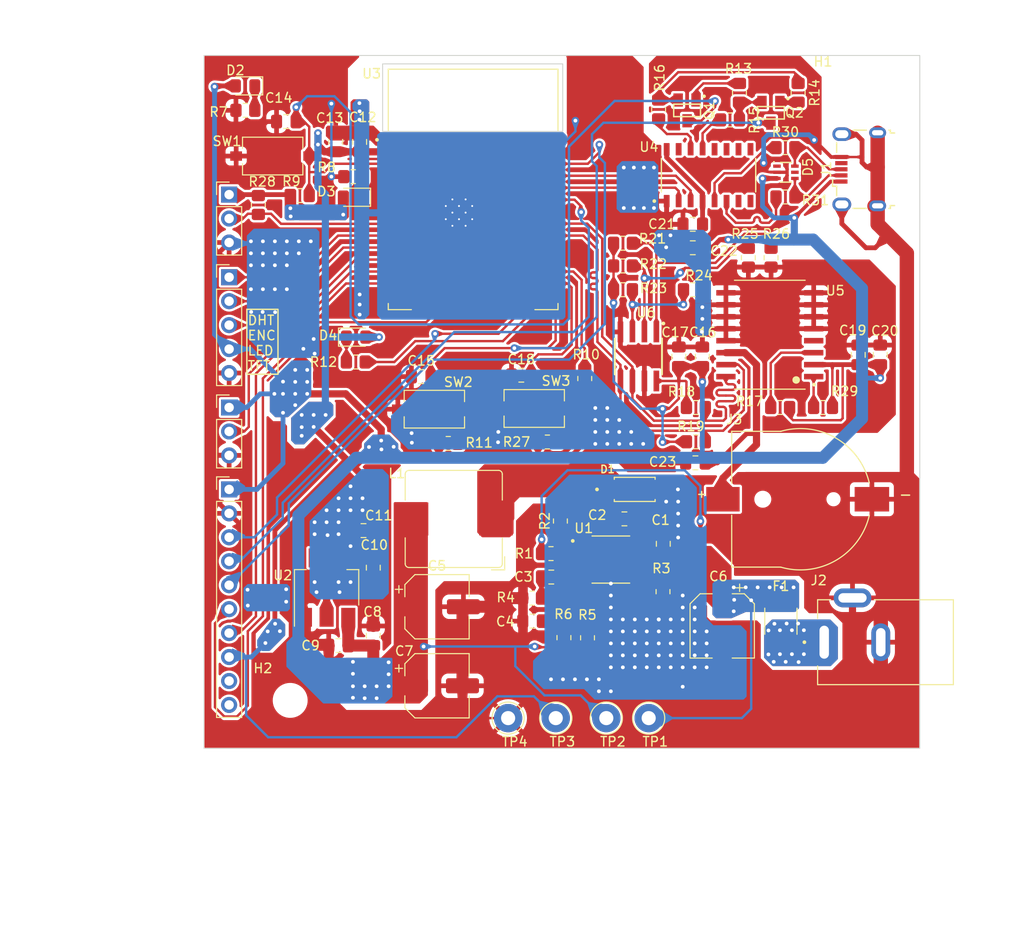
<source format=kicad_pcb>
(kicad_pcb (version 20221018) (generator pcbnew)
  (layers (0 "F.Cu" signal) (31 "B.Cu" signal) (34 "B.Paste" user) (35 "F.Paste" user) (36 "B.SilkS" user "B.Silkscreen") (37 "F.SilkS" user "F.Silkscreen") (38 "B.Mask" user) (39 "F.Mask" user) (44 "Edge.Cuts" user))
  (net 0 "")
  (net 1 "V_USB")
  (net 2 "GND")
  (net 3 "Net-(U1-BST)")
  (net 4 "Net-(C3-Pad1)")
  (net 5 "Net-(U1-COMP)")
  (net 6 "Vin")
  (net 7 "+3V3")
  (net 8 "EN")
  (net 9 "Flash")
  (net 10 "/MCU/BUTTON_CHECK")
  (net 13 "Net-(D2-K)")
  (net 14 "Net-(D3-K)")
  (net 15 "Net-(D4-K)")
  (net 18 "Net-(F1-Pad1)")
  (net 20 "Net-(J3-POS)")
  (net 21 "/MCU/ONE_WIRE_DATA")
  (net 22 "/MCU/Phase_A")
  (net 23 "/MCU/Phase_B")
  (net 24 "/MCU/SW")
  (net 25 "SPI_CS")
  (net 26 "SPI_RESET")
  (net 27 "SPI_RS")
  (net 28 "SPI_MOSI")
  (net 29 "SPI_SCLK")
  (net 32 "Net-(Q1-Pad1)")
  (net 33 "RTS")
  (net 34 "Net-(Q2-Pad1)")
  (net 35 "DIR")
  (net 36 "Net-(U1-EN)")
  (net 37 "Net-(U1-FREQ)")
  (net 38 "Net-(U1-FB)")
  (net 39 "Net-(U3-IO16)")
  (net 40 "/MCU/LED_STATUS")
  (net 41 "Net-(U4-~{DTR})")
  (net 42 "Net-(U4-~{RTS})")
  (net 43 "Net-(U5-SQW{slash}~{INT})")
  (net 44 "SCL")
  (net 45 "SDA")
  (net 46 "Net-(U6-A0)")
  (net 47 "Net-(U6-A1)")
  (net 48 "Net-(U6-A2)")
  (net 49 "Net-(U1-SW)")
  (net 50 "Net-(U5-32KHZ)")
  (net 55 "/MCU/LED")
  (net 65 "U0_N")
  (net 66 "U0_P")
  (net 75 "Net-(U4-UD+)")
  (net 76 "Net-(U4-UD-)")
  (net 77 "D_N")
  (net 78 "D_P")
  (footprint "Resistor_SMD:R_0805_2012Metric_Pad1.20x1.40mm_HandSolder" (layer "F.Cu") (at 182.0766 69.6722 90)
    (fp_text reference "R2")
    (fp_text value "24.9k")
  )
  (footprint "Resistor_SMD:R_0805_2012Metric_Pad1.20x1.40mm_HandSolder" (layer "F.Cu") (at 196.4436 61.2648 180)
    (fp_text reference "R19")
    (fp_text value "4.7k")
  )
  (footprint "TestPoint:TestPoint_Loop_D2.54mm_Drill1.5mm_Beaded" (layer "F.Cu") (at 186.944 90.5764)
    (fp_text reference "TP2")
    (fp_text value "TestPoint")
  )
  (footprint "Capacitor_SMD:C_0805_2012Metric_Pad1.18x1.45mm_HandSolder" (layer "F.Cu") (at 181.1066 75.6158)
    (fp_text reference "C3")
    (fp_text value "150pF")
  )
  (footprint "Resistor_SMD:R_0805_2012Metric_Pad1.20x1.40mm_HandSolder" (layer "F.Cu") (at 188.7134 45.1358 180)
    (fp_text reference "R23")
    (fp_text value "4.7k")
  )
  (footprint "TestPoint:TestPoint_Loop_D2.54mm_Drill1.5mm_Beaded" (layer "F.Cu") (at 181.5846 90.5764)
    (fp_text reference "TP3")
    (fp_text value "TestPoint")
  )
  (footprint "CH340C:SOIC127P600X180-16N" (layer "F.Cu") (at 197.791 32.9884 90)
    (fp_text reference "U4")
    (fp_text value "CH340C")
  )
  (footprint "Resistor_SMD:R_0805_2012Metric_Pad1.20x1.40mm_HandSolder" (layer "F.Cu") (at 202.0098 41.7416 -90)
    (fp_text reference "R25")
    (fp_text value "0")
  )
  (footprint "Resistor_SMD:R_0805_2012Metric_Pad1.20x1.40mm_HandSolder" (layer "F.Cu") (at 182.4487 82.042 -90)
    (fp_text reference "R6")
    (fp_text value "220k")
  )
  (footprint "MMBT2222A:SOT23" (layer "F.Cu") (at 195.514 26.119 180)
    (fp_text reference "Q1")
    (fp_text value "MMBT2222A")
  )
  (footprint "MP1584EN-LF-Z:SOIC127P600X170-9N" (layer "F.Cu") (at 187.4271 73.7616)
    (fp_text reference "U1")
    (fp_text value "MP1584EN-LF-Z")
  )
  (footprint "Resistor_SMD:R_0805_2012Metric_Pad1.20x1.40mm_HandSolder" (layer "F.Cu") (at 188.7134 42.6176 180)
    (fp_text reference "R22")
    (fp_text value "4.7k")
  )
  (footprint "MMBT2222A:SOT23" (layer "F.Cu") (at 204.404 26.373 180)
    (fp_text reference "Q2")
    (fp_text value "MMBT2222A")
  )
  (footprint "Resistor_SMD:R_0805_2012Metric_Pad1.20x1.40mm_HandSolder" (layer "F.Cu") (at 196.1324 45.1358)
    (fp_text reference "R24")
    (fp_text value "0")
  )
  (footprint "Resistor_SMD:R_0805_2012Metric_Pad1.20x1.40mm_HandSolder" (layer "F.Cu") (at 192.9592 77.1652 -90)
    (fp_text reference "R3")
    (fp_text value "100k")
  )
  (footprint "Capacitor_SMD:C_0805_2012Metric_Pad1.18x1.45mm_HandSolder" (layer "F.Cu") (at 192.9892 72.0891 90)
    (fp_text reference "C1")
    (fp_text value "10uF, 50V")
  )
  (footprint "Capacitor_SMD:C_0805_2012Metric_Pad1.18x1.45mm_HandSolder" (layer "F.Cu") (at 162.2298 81.8427 -90)
    (fp_text reference "C8")
    (fp_text value "1uF")
  )
  (footprint "Capacitor_SMD:C_0805_2012Metric_Pad1.18x1.45mm_HandSolder" (layer "F.Cu") (at 196.3967 63.5)
    (fp_text reference "C23")
    (fp_text value "1uF")
  )
  (footprint "Capacitor_SMD:C_0805_2012Metric_Pad1.18x1.45mm_HandSolder" (layer "F.Cu") (at 216.0016 52.0485 -90)
    (fp_text reference "C20")
    (fp_text value "1uF")
  )
  (footprint "Capacitor_SMD:C_0805_2012Metric_Pad1.18x1.45mm_HandSolder" (layer "F.Cu") (at 158.5393 82.8802)
    (fp_text reference "C9")
    (fp_text value "100nF")
  )
  (footprint "MountingHole:MountingHole_3.2mm_M3" (layer "F.Cu") (at 213.8431 23.8252)
    (fp_text reference "H1")
    (fp_text value "MountingHole")
  )
  (footprint "Capacitor_SMD:CP_Elec_6.3x7.7" (layer "F.Cu") (at 199.2376 80.7974 -90)
    (fp_text reference "C6")
    (fp_text value "47uF")
  )
  (footprint "Resistor_SMD:R_0805_2012Metric_Pad1.20x1.40mm_HandSolder" (layer "F.Cu") (at 154.4329 35.1536)
    (fp_text reference "R9")
    (fp_text value "10k")
  )
  (footprint "Resistor_SMD:R_0805_2012Metric_Pad1.20x1.40mm_HandSolder" (layer "F.Cu") (at 207.2899 24.257 90)
    (fp_text reference "R14")
    (fp_text value "10k")
  )
  (footprint "Capacitor_SMD:C_0805_2012Metric_Pad1.18x1.45mm_HandSolder" (layer "F.Cu") (at 158.242 29.464 -90)
    (fp_text reference "C13")
    (fp_text value "22uF")
  )
  (footprint "CAT24C32WI-GT3:SOIC127P600X175-8N" (layer "F.Cu") (at 190.3484 52.2183 -90)
    (fp_text reference "U6")
    (fp_text value "CAT24C32WI-GT3")
  )
  (footprint "SMF05C:SC70-6" (layer "F.Cu") (at 205.9952 32.6836 -90)
    (fp_text reference "D5")
    (fp_text value "SMF05C")
  )
  (footprint "Lib_khoadong:XCVR_ESP32-WROOM-32E_(16MB)" (layer "F.Cu") (at 172.82 34.5)
    (fp_text reference "U3")
    (fp_text value "ESP32-WROOM-32E_(16MB)")
  )
  (footprint "DC-005-5A-2.0:XKB_DC-005-5A-2.0" (layer "F.Cu") (at 216.0552 82.5256 180)
    (fp_text reference "J2")
    (fp_text value "DC-005-5A-2.0")
  )
  (footprint "Resistor_SMD:R_0805_2012Metric_Pad1.20x1.40mm_HandSolder" (layer "F.Cu") (at 160.3756 52.8066)
    (fp_text reference "R12")
    (fp_text value "1k")
  )
  (footprint "Capacitor_SMD:C_0805_2012Metric_Pad1.18x1.45mm_HandSolder" (layer "F.Cu") (at 188.8646 69.4436 180)
    (fp_text reference "C2")
    (fp_text value "100nF")
  )
  (footprint "Capacitor_SMD:C_0805_2012Metric_Pad1.18x1.45mm_HandSolder" (layer "F.Cu") (at 179.1213 80.2894)
    (fp_text reference "C4")
    (fp_text value "NS")
  )
  (footprint "Package_TO_SOT_SMD:SOT-223-3_TabPin2" (layer "F.Cu") (at 157.2768 76.7334 90)
    (fp_text reference "U2")
    (fp_text value "LM1117MP-3.3")
  )
  (footprint "Resistor_SMD:R_0805_2012Metric_Pad1.20x1.40mm_HandSolder" (layer "F.Cu") (at 170.18 61.4426)
    (fp_text reference "R11")
    (fp_text value "10k")
  )
  (footprint "Resistor_SMD:R_0805_2012Metric_Pad1.20x1.40mm_HandSolder" (layer "F.Cu") (at 179.0705 77.851 180)
    (fp_text reference "R4")
    (fp_text value "100k")
  )
  (footprint "Capacitor_SMD:C_0805_2012Metric_Pad1.18x1.45mm_HandSolder" (layer "F.Cu") (at 162.2298 74.6213 90)
    (fp_text reference "C10")
    (fp_text value "100nF")
  )
  (footprint "Resistor_SMD:R_0805_2012Metric_Pad1.20x1.40mm_HandSolder" (layer "F.Cu") (at 148.6614 26.1112 180)
    (fp_text reference "R7")
    (fp_text value "10k")
  )
  (footprint "Inductor_SMD:L_Bourns_SRP1038C_10.0x10.0mm" (layer "F.Cu") (at 170.7642 69.4527 180)
    (fp_text reference "L1")
    (fp_text value "22uH")
  )
  (footprint "Button_Switch_SMD:SW_Tactile_SPST_NO_Straight_CK_PTS636Sx25SMTRLFS" (layer "F.Cu") (at 168.7068 57.8104 180)
    (fp_text reference "SW2")
    (fp_text value "SW_Push")
  )
  (footprint "Resistor_SMD:R_0805_2012Metric_Pad1.20x1.40mm_HandSolder" (layer "F.Cu") (at 205.3844 57.6326)
    (fp_text reference "R17")
    (fp_text value "4.7k")
  )
  (footprint "Connector_USB:USB_Micro-B_Wuerth_629105150521" (layer "F.Cu") (at 213.7734 32.3646 90)
    (fp_text reference "J1")
    (fp_text value "USB_B_Micro")
  )
  (footprint "Resistor_SMD:R_0805_2012Metric_Pad1.20x1.40mm_HandSolder" (layer "F.Cu") (at 181.0766 73.1266)
    (fp_text reference "R1")
    (fp_text value "100k")
  )
  (footprint "Capacitor_SMD:C_0805_2012Metric_Pad1.18x1.45mm_HandSolder" (layer "F.Cu") (at 197.1294 52.2478 -90)
    (fp_text reference "C16")
    (fp_text value "1uF")
  )
  (footprint "Capacitor_SMD:CP_Elec_6.3x7.7" (layer "F.Cu") (at 168.9892 87.1474)
    (fp_text reference "C7")
    (fp_text value "47uF")
  )
  (footprint "Resistor_SMD:R_0805_2012Metric_Pad1.20x1.40mm_HandSolder" (layer "F.Cu") (at 150.0378 36.1536 -90)
    (fp_text reference "R28")
    (fp_text value "4.7k")
  )
  (footprint "Resistor_SMD:R_0805_2012Metric_Pad1.20x1.40mm_HandSolder" (layer "F.Cu") (at 204.4192 41.7416 -90)
    (fp_text reference "R26")
    (fp_text value "0")
  )
  (footprint "Connector_PinHeader_2.54mm:PinHeader_1x05_P2.54mm_Vertical" (layer "F.Cu") (at 146.939 43.815)
    (fp_text reference "J5" hide)
    (fp_text value "Conn_01x05_Pin")
  )
  (footprint "Capacitor_SMD:C_0805_2012Metric_Pad1.18x1.45mm_HandSolder" (layer "F.Cu") (at 194.6372 52.2478 -90)
    (fp_text reference "C17")
    (fp_text value "100nF")
  )
  (footprint "Resistor_SMD:R_0805_2012Metric_Pad1.20x1.40mm_HandSolder" (layer "F.Cu") (at 205.9444 30.0674)
    (fp_text reference "R30")
    (fp_text value "0")
  )
  (footprint "Resistor_SMD:R_0805_2012Metric_Pad1.20x1.40mm_HandSolder" (layer "F.Cu") (at 184.9521 82.058 -90)
    (fp_text reference "R5")
    (fp_text value "40.2k")
  )
  (footprint "Capacitor_SMD:C_0805_2012Metric_Pad1.18x1.45mm_HandSolder" (layer "F.Cu") (at 161.1923 70.6882)
    (fp_text reference "C11")
    (fp_text value "1uF")
  )
  (footprint "LED_SMD:LED_0805_2012Metric_Pad1.15x1.40mm_HandSolder" (layer "F.Cu") (at 148.6364 23.5204 180)
    (fp_text reference "D2")
    (fp_text value "LED")
  )
  (footprint "Button_Switch_SMD:SW_Tactile_SPST_NO_Straight_CK_PTS636Sx25SMTRLFS" (layer "F.Cu") (at 179.2986 57.7342 180)
    (fp_text reference "SW3")
    (fp_text value "SW_Push")
  )
  (footprint "Resistor_SMD:R_0805_2012Metric_Pad1.20x1.40mm_HandSolder" (layer "F.Cu") (at 200.0664 27.1272)
    (fp_text reference "R15")
    (fp_text value "22")
  )
  (footprint "Capacitor_SMD:C_0805_2012Metric_Pad1.18x1.45mm_HandSolder" (layer "F.Cu") (at 213.6648 52.0485 -90)
    (fp_text reference "C19")
    (fp_text value "100nF")
  )
  (footprint "Resistor_SMD:R_0805_2012Metric_Pad1.20x1.40mm_HandSolder" (layer "F.Cu") (at 160.1056 33.147 180)
    (fp_text reference "R8")
    (fp_text value "1k")
  )
  (footprint "Resistor_SMD:R_0805_2012Metric_Pad1.20x1.40mm_HandSolder" (layer "F.Cu") (at 184.658 54.5592 -90)
    (fp_text reference "R10")
    (fp_text value "10k")
  )
  (footprint "Resistor_SMD:R_0805_2012Metric_Pad1.20x1.40mm_HandSolder" (layer "F.Cu") (at 205.9444 35.2998)
    (fp_text reference "R31")
    (fp_text value "0")
  )
  (footprint "Capacitor_SMD:C_0805_2012Metric_Pad1.18x1.45mm_HandSolder" (layer "F.Cu") (at 196.1173 40.6908)
    (fp_text reference "C22")
    (fp_text value "22uF")
  )
  (footprint "Resistor_SMD:R_0805_2012Metric_Pad1.20x1.40mm_HandSolder" (layer "F.Cu") (at 180.6956 61.2902)
    (fp_text reference "R27")
    (fp_text value "10k")
  )
  (footprint "Resistor_SMD:R_0805_2012Metric_Pad1.20x1.40mm_HandSolder" (layer "F.Cu") (at 188.7134 40.2082 180)
    (fp_text reference "R21")
    (fp_text value "4.7k")
  )
  (footprint "Capacitor_SMD:CP_Elec_6.3x5.4" (layer "F.Cu") (at 168.9892 78.7654)
    (fp_text reference "C5")
    (fp_text value "22uF")
  )
  (footprint "MountingHole:MountingHole_3.2mm_M3" (layer "F.Cu") (at 153.416 88.6968)
    (fp_text reference "H2")
    (fp_text value "MountingHole")
  )
  (footprint "TestPoint:TestPoint_Loop_D2.54mm_Drill1.5mm_Beaded" (layer "F.Cu") (at 191.4398 90.5764)
    (fp_text reference "TP1")
    (fp_text value "TestPoint")
  )
  (footprint "Fuse:Fuse_1812_4532Metric_Pad1.30x3.40mm_HandSolder" (layer "F.Cu") (at 205.4606 80.3006 90)
    (fp_text reference "F1")
    (fp_text value "Fuse_Small")
  )
  (footprint "Resistor_SMD:R_0805_2012Metric_Pad1.20x1.40mm_HandSolder" (layer "F.Cu") (at 192.4914 26.019 90)
    (fp_text reference "R16")
    (fp_text value "22")
  )
  (footprint "Resistor_SMD:R_0805_2012Metric_Pad1.20x1.40mm_HandSolder" (layer "F.Cu") (at 201.0664 24.257 -90)
    (fp_text reference "R13")
    (fp_text value "10k")
  )
  (footprint "DS3231SN:SOIC127P1032X265-16N" (layer "F.Cu") (at 204.2859 49.911 180)
    (fp_text reference "U5")
    (fp_text value "DS3231SN#")
  )
  (footprint "Capacitor_SMD:C_0805_2012Metric_Pad1.18x1.45mm_HandSolder" (layer "F.Cu") (at 167.3098 54.356)
    (fp_text reference "C15")
    (fp_text value "100nF")
  )
  (footprint "Connector_PinHeader_2.54mm:PinHeader_1x03_P2.54mm_Vertical" (layer "F.Cu") (at 146.939 57.6326)
    (fp_text reference "J7" hide)
    (fp_text value "Conn_01x03_Pin")
  )
  (footprint "Capacitor_SMD:C_0805_2012Metric_Pad1.18x1.45mm_HandSolder" (layer "F.Cu") (at 177.927 54.2036)
    (fp_text reference "C18")
    (fp_text value "100nF")
  )
  (footprint "Capacitor_SMD:C_0805_2012Metric_Pad1.18x1.45mm_HandSolder" (layer "F.Cu") (at 196.1134 38.2016)
    (fp_text reference "C21")
    (fp_text value "100nF")
  )
  (footprint "LED_SMD:LED_0805_2012Metric_Pad1.15x1.40mm_HandSolder" (layer "F.Cu") (at 160.0802 35.3314 180)
    (fp_text reference "D3")
    (fp_text value "LED")
  )
  (footprint "LED_SMD:LED_0805_2012Metric_Pad1.15x1.40mm_HandSolder" (layer "F.Cu") (at 160.401 50.165)
    (fp_text reference "D4")
    (fp_text value "LED")
  )
  (footprint "Resistor_SMD:R_0805_2012Metric_Pad1.20x1.40mm_HandSolder" (layer "F.Cu") (at 196.4436 57.6326 180)
    (fp_text reference "R18")
    (fp_text value "4.7k")
  )
  (footprint "Resistor_SMD:R_0805_2012Metric_Pad1.20x1.40mm_HandSolder" (layer "F.Cu") (at 209.931 57.6326)
    (fp_text reference "R29")
    (fp_text value "4.7k")
  )
  (footprint "Connector_PinHeader_2.54mm:PinHeader_1x03_P2.54mm_Vertical" (layer "F.Cu") (at 146.938293 35.052)
    (fp_text reference "J4" hide)
    (fp_text value "Conn_01x03_Pin")
  )
  (footprint "Connector_PinHeader_2.54mm:PinHeader_1x10_P2.54mm_Vertical" (layer "F.Cu") (at 146.939 66.3194)
    (fp_text reference "J6" hide)
    (fp_text value "Conn_01x10_Pin")
  )
  (footprint "Button_Switch_SMD:SW_Tactile_SPST_NO_Straight_CK_PTS636Sx25SMTRLFS" (layer "F.Cu") (at 151.5579 30.9626 180)
    (fp_text reference "SW1")
    (fp_text value "SW_Push")
  )
  (footprint "SS34:DIOM4325X250N" (layer "F.Cu") (at 189.9571 66.3194)
    (fp_text reference "D1")
    (fp_text value "SS34")
  )
  (footprint "Capacitor_SMD:C_0805_2012Metric_Pad1.18x1.45mm_HandSolder" (layer "F.Cu") (at 160.782 29.464 -90)
    (fp_text reference "C12")
    (fp_text value "100nF")
  )
  (footprint "TestPoint:TestPoint_Loop_D2.54mm_Drill1.5mm_Beaded" (layer "F.Cu") (at 176.53 90.5764)
    (fp_text reference "TP4")
    (fp_text value "TestPoint")
  )
  (footprint "Capacitor_SMD:C_0805_2012Metric_Pad1.18x1.45mm_HandSolder" (layer "F.Cu") (at 153.0057 27.305)
    (fp_text reference "C14")
    (fp_text value "100nF")
  )
  (footprint "BC501SM-TR:MPD_BC501SM-TR" (layer "F.Cu") (at 207.5434 67.3608 180)
    (fp_text reference "J3")
    (fp_text value "BC501SM-TR")
  )
  (gr_rect (start 148.8191 47.2186) (end 152.1211 54.102) (stroke (width 0.15)) (fill none) (layer "F.SilkS"))
  (gr_rect (start 144.272 20.2946) (end 220.1926 93.7768) (stroke (width 0.1)) (fill none) (layer "Edge.Cuts"))
  (gr_rect (start 163.2204 21.1836) (end 182.3212 28.3464) (stroke (width 0.1)) (fill none) (layer "Edge.Cuts"))
  (gr_text "DHT\nENC\nLED\nTFT\n" (at 148.8191 53.7972) (layer "F.SilkS") (effects (font (size 1 1)) (justify left bottom)))
  (segment (start 208.931 53.086) (end 210.9216 53.086) (width 0.508) (layer "F.Cu") (net 1))
  (segment (start 197.1294 53.2853) (end 194.6372 53.2853) (width 0.508) (layer "F.Cu") (net 1))
  (segment (start 210.7347 33.6646) (end 211.8734 33.6646) (width 0.381) (layer "F.Cu") (net 1))
  (segment (start 163.068 59.9435) (end 159.3093 56.1848) (width 0.762) (layer "F.Cu") (net 1))
  (segment (start 195.088 57.658) (end 195.1134 57.6326) (width 0.254) (layer "F.Cu") (net 1))
  (segment (start 163.8554 87.1982) (end 162.5854 87.1982) (width 1.27) (layer "F.Cu") (net 1))
  (segment (start 210.931 57.6326) (end 210.9216 57.6232) (width 0.508) (layer "F.Cu") (net 1))
  (segment (start 199.0095 39.8272) (end 199.8731 39.8272) (width 0.508) (layer "F.Cu") (net 1))
  (segment (start 197.156 34.9262) (end 197.156 35.7384) (width 0.508) (layer "F.Cu") (net 1))
  (segment (start 152.654 56.1848) (end 153.9494 56.1848) (width 0.762) (layer "F.Cu") (net 1))
  (segment (start 153.9494 56.1848) (end 155.2194 56.1848) (width 0.762) (layer "F.Cu") (net 1))
  (segment (start 206.3844 57.6326) (end 206.3844 58.6072) (width 0.254) (layer "F.Cu") (net 1))
  (segment (start 206.3844 58.6072) (end 206.756 58.9788) (width 0.254) (layer "F.Cu") (net 1))
  (segment (start 211.8106 58.9788) (end 212.0138 58.7756) (width 0.254) (layer "F.Cu") (net 1))
  (segment (start 166.2892 87.1474) (end 162.1282 87.1474) (width 1.27) (layer "F.Cu") (net 1))
  (segment (start 195.3565 54.8183) (end 194.3354 54.8183) (width 0.254) (layer "F.Cu") (net 1))
  (segment (start 203.5136 33.3336) (end 205.0452 33.3336) (width 0.508) (layer "F.Cu") (net 1))
  (segment (start 197.156 40.6896) (end 197.1548 40.6908) (width 0.508) (layer "F.Cu") (net 1))
  (segment (start 162.2298 87.0458) (end 162.2298 82.8802) (width 1.27) (layer "F.Cu") (net 1))
  (segment (start 187.7134 46.5328) (end 187.7134 45.1358) (width 0.254) (layer "F.Cu") (net 1))
  (segment (start 206.883 37.5163) (end 210.7347 33.6646) (width 0.381) (layer "F.Cu") (net 1))
  (segment (start 195.4436 57.6326) (end 195.4436 54.9054) (width 0.254) (layer "F.Cu") (net 1))
  (segment (start 197.1548 40.6908) (end 198.1459 40.6908) (width 0.508) (layer "F.Cu") (net 1))
  (segment (start 166.2892 83.058) (end 166.2892 87.1474) (width 1.27) (layer "F.Cu") (net 1))
  (segment (start 198.1459 40.6908) (end 199.0095 39.8272) (width 0.508) (layer "F.Cu") (net 1))
  (segment (start 192.9135 61.2897) (end 192.9384 61.2648) (width 0.254) (layer "F.Cu") (net 1))
  (segment (start 166.2892 87.1474) (end 166.2384 87.1982) (width 1.27) (layer "F.Cu") (net 1))
  (segment (start 193.346 31.1162) (end 197.156 34.9262) (width 0.508) (layer "F.Cu") (net 1))
  (segment (start 192.9135 61.3156) (end 192.9135 61.2897) (width 0.254) (layer "F.Cu") (net 1))
  (segment (start 166.2384 87.1982) (end 163.8554 87.1982) (width 1.27) (layer "F.Cu") (net 1))
  (segment (start 163.068 61.1378) (end 163.068 59.9435) (width 0.762) (layer "F.Cu") (net 1))
  (segment (start 194.6402 53.2883) (end 194.6372 53.2853) (width 0.254) (layer "F.Cu") (net 1))
  (segment (start 179.3494 82.9818) (end 179.4256 83.058) (width 0.254) (layer "F.Cu") (net 1))
  (segment (start 192.9384 61.2648) (end 195.4436 61.2648) (width 0.254) (layer "F.Cu") (net 1))
  (segment (start 194.6372 53.2853) (end 194.6372 54.8183) (width 0.381) (layer "F.Cu") (net 1))
  (segment (start 210.9216 57.6232) (end 210.9216 53.086) (width 0.254) (layer "F.Cu") (net 1))
  (segment (start 179.4256 83.058) (end 182.1942 83.058) (width 0.254) (layer "F.Cu") (net 1))
  (segment (start 145.4663 23.5204) (end 147.6114 23.5204) (width 0.508) (layer "F.Cu") (net 1))
  (segment (start 194.3354 54.8183) (end 192.2534 54.8183) (width 0.254) (layer "F.Cu") (net 1))
  (segment (start 162.5854 87.1982) (end 161.3154 87.1982) (width 1.27) (layer "F.Cu") (net 1))
  (segment (start 193.5734 57.7596) (end 194.6372 56.6958) (width 0.254) (layer "F.Cu") (net 1))
  (segment (start 162.1282 87.1474) (end 162.2298 87.0458) (width 1.27) (layer "F.Cu") (net 1))
  (segment (start 162.2298 82.8802) (end 159.5768 82.8802) (width 1.27) (layer "F.Cu") (net 1))
  (segment (start 166.2892 69.4527) (end 166.2892 83.058) (width 1.27) (layer "F.Cu") (net 1))
  (segment (start 216.0016 54.5084) (end 216.0016 53.086) (width 0.508) (layer "F.Cu") (net 1))
  (segment (start 167.5643 82.9818) (end 166.3654 82.9818) (width 0.254) (layer "F.Cu") (net 1))
  (segment (start 161.3154 87.1982) (end 160.0708 87.1982) (width 1.27) (layer "F.Cu") (net 1))
  (segment (start 145.3901 23.5966) (end 145.4663 23.5204) (width 0.508) (layer "F.Cu") (net 1))
  (segment (start 206.756 58.9788) (end 211.8106 58.9788) (width 0.254) (layer "F.Cu") (net 1))
  (segment (start 187.7134 40.2082) (end 187.7134 45.1358) (width 0.254) (layer "F.Cu") (net 1))
  (segment (start 159.5768 82.8802) (end 159.5768 79.8834) (width 1.27) (layer "F.Cu") (net 1))
  (segment (start 212.0138 58.7756) (end 212.0138 53.086) (width 0.254) (layer "F.Cu") (net 1))
  (segment (start 194.6372 56.6958) (end 194.6372 54.8183) (width 0.254) (layer "F.Cu") (net 1))
  (segment (start 210.9216 53.086) (end 216.0016 53.086) (width 0.508) (layer "F.Cu") (net 1))
  (segment (start 159.3093 56.1848) (end 155.2194 56.1848) (width 0.762) (layer "F.Cu") (net 1))
  (segment (start 195.4436 54.9054) (end 195.3565 54.8183) (width 0.254) (layer "F.Cu") (net 1))
  (segment (start 193.346 30.2384) (end 193.346 31.1162) (width 0.508) (layer "F.Cu") (net 1))
  (segment (start 192.913 57.7596) (end 193.5734 57.7596) (width 0.254) (layer "F.Cu") (net 1))
  (segment (start 197.1294 53.2853) (end 197.1294 54.9148) (width 0.508) (layer "F.Cu") (net 1))
  (segment (start 197.156 35.7384) (end 197.156 40.6896) (width 0.508) (layer "F.Cu") (net 1))
  (via (at 160.0708 85.8774) (size 0.8) (drill 0.4) (layers "F.Cu" "B.Cu") (net 1))
  (via (at 145.3901 23.5966) (size 0.8) (drill 0.4) (layers "F.Cu" "B.Cu") (net 1))
  (via (at 192.913 57.7596) (size 0.8) (drill 0.4) (layers "F.Cu" "B.Cu") (net 1))
  (via (at 187.7134 46.5328) (size 0.8) (drill 0.4) (layers "F.Cu" "B.Cu") (net 1))
  (via (at 216.0016 54.5084) (size 0.8) (drill 0.4) (layers "F.Cu" "B.Cu") (net 1))
  (via (at 155.2194 54.9148) (size 0.8) (drill 0.4) (layers "F.Cu" "B.Cu") (net 1))
  (via (at 203.5136 33.3336) (size 0.8) (drill 0.4) (layers "F.Cu" "B.Cu") (net 1))
  (via (at 160.0708 87.1982) (size 0.8) (drill 0.4) (layers "F.Cu" "B.Cu") (net 1))
  (via (at 199.8731 39.8272) (size 0.8) (drill 0.4) (layers "F.Cu" "B.Cu") (net 1))
  (via (at 152.654 58.1914) (size 0.8) (drill 0.4) (layers "F.Cu" "B.Cu") (net 1))
  (via (at 151.7401 56.1848) (size 0.8) (drill 0.4) (layers "F.Cu" "B.Cu") (net 1))
  (via (at 192.9135 61.3156) (size 0.8) (drill 0.4) (layers "F.Cu" "B.Cu") (net 1))
  (via (at 153.9494 53.6448) (size 0.8) (drill 0.4) (layers "F.Cu" "B.Cu") (net 1))
  (via (at 161.7731 61.8236) (size 0.8) (drill 0.4) (layers "F.Cu" "B.Cu") (net 1))
  (via (at 161.3154 87.1982) (size 0.8) (drill 0.4) (layers "F.Cu" "B.Cu") (net 1))
  (via (at 160.0708 88.4174) (size 0.8) (drill 0.4) (layers "F.Cu" "B.Cu") (net 1))
  (via (at 163.068 61.1378) (size 0.8) (drill 0.4) (layers "F.Cu" "B.Cu") (net 1))
  (via (at 153.9499 57.3786) (size 0.8) (drill 0.4) (layers "F.Cu" "B.Cu") (net 1))
  (via (at 164.3893 61.7982) (size 0.8) (drill 0.4) (layers "F.Cu" "B.Cu") (net 1))
  (via (at 155.2194 53.6448) (size 0.8) (drill 0.4) (layers "F.Cu" "B.Cu") (net 1))
  (via (at 155.2194 56.1848) (size 0.8) (drill 0.4) (layers "F.Cu" "B.Cu") (net 1))
  (via (at 153.9494 54.9148) (size 0.8) (drill 0.4) (layers "F.Cu" "B.Cu") (net 1))
  (via (at 197.1294 54.9148) (size 0.8) (drill 0.4) (layers "F.Cu" "B.Cu") (net 1))
  (via (at 163.8554 85.9282) (size 0.8) (drill 0.4) (layers "F.Cu" "B.Cu") (net 1))
  (via (at 206.883 37.5163) (size 0.8) (drill 0.4) (layers "F.Cu" "B.Cu") (net 1))
  (via (at 152.654 56.1848) (size 0.8) (drill 0.4) (layers "F.Cu" "B.Cu") (net 1))
  (via (at 162.5854 88.4682) (size 0.8) (drill 0.4) (layers "F.Cu" "B.Cu") (net 1))
  (via (at 163.0939 62.0776) (size 0.8) (drill 0.4) (layers "F.Cu" "B.Cu") (net 1))
  (via (at 160.0708 84.6074) (size 0.8) (drill 0.4) (layers "F.Cu" "B.Cu") (net 1))
  (via (at 163.8554 84.6582) (size 0.8) (drill 0.4) (layers "F.Cu" "B.Cu") (net 1))
  (via (at 161.3154 88.4682) (size 0.8) (drill 0.4) (layers "F.Cu" "B.Cu") (net 1))
  (via (at 152.654 54.8894) (size 0.8) (drill 0.4) (layers "F.Cu" "B.Cu") (net 1))
  (via (at 162.5854 87.1982) (size 0.8) (drill 0.4) (layers "F.Cu" "B.Cu") (net 1))
  (via (at 153.9494 56.1848) (size 0.8) (drill 0.4) (layers "F.Cu" "B.Cu") (net 1))
  (via (at 167.5643 82.9818) (size 0.8) (drill 0.4) (layers "F.Cu" "B.Cu") (net 1))
  (via (at 179.3494 82.9818) (size 0.8) (drill 0.4) (layers "F.Cu" "B.Cu") (net 1))
  (via (at 163.8554 87.1982) (size 0.8) (drill 0.4) (layers "F.Cu" "B.Cu") (net 1))
  (segment (start 214.0712 56.007) (end 214.0712 55.0926) (width 1.27) (layer "B.Cu") (net 1))
  (segment (start 192.913 57.7596) (end 190.6021 57.7596) (width 0.254) (layer "B.Cu") (net 1))
  (segment (start 152.654 54.8894) (end 152.654 56.1848) (width 0.508) (layer "B.Cu") (net 1))
  (segment (start 186.944 90.8812) (end 184.2262 88.1634) (width 0.254) (layer "B.Cu") (net 1))
  (segment (start 152.654 58.1914) (end 152.654 56.1848) (width 0.508) (layer "B.Cu") (net 1))
  (segment (start 197.1294 62.865) (end 197.0278 62.9666) (width 0.254) (layer "B.Cu") (net 1))
  (segment (start 149.8854 66.3194) (end 147.066 66.3194) (width 0.508) (layer "B.Cu") (net 1))
  (segment (start 206.883 37.5163) (end 204.7319 37.5163) (width 0.508) (layer "B.Cu") (net 1))
  (segment (start 163.0939 62.0776) (end 163.1188 62.1025) (width 0.762) (layer "B.Cu") (net 1))
  (segment (start 154.2796 69.081398) (end 160.394398 62.9666) (width 1.27) (layer "B.Cu") (net 1))
  (segment (start 177.2925 85.0651) (end 177.2925 83.058) (width 0.254) (layer "B.Cu") (net 1))
  (segment (start 192.9135 61.3156) (end 192.913 61.3151) (width 0.254) (layer "B.Cu") (net 1))
  (segment (start 209.9056 62.9666) (end 214.0712 58.801) (width 1.27) (layer "B.Cu") (net 1))
  (segment (start 213.868 57.658) (end 214.0712 57.4548) (width 0.254) (layer "B.Cu") (net 1))
  (segment (start 208.8832 39.8208) (end 206.8327 39.8208) (width 1.27) (layer "B.Cu") (net 1))
  (segment (start 198.0184 62.9666) (end 209.9056 62.9666) (width 1.27) (layer "B.Cu") (net 1))
  (segment (start 160.0708 87.1982) (end 158.5722 87.1982) (width 1.27) (layer "B.Cu") (net 1))
  (segment (start 152.654 63.5508) (end 149.8854 66.3194) (width 0.508) (layer "B.Cu") (net 1))
  (segment (start 204.7319 37.5163) (end 203.5136 36.298) (width 0.508) (layer "B.Cu") (net 1))
  (segment (start 184.2262 88.1634) (end 180.3908 88.1634) (width 0.254) (layer "B.Cu") (net 1))
  (segment (start 152.654 58.1914) (end 152.654 63.5508) (width 0.508) (layer "B.Cu") (net 1))
  (segment (start 158.5722 87.1982) (end 154.2796 82.9056) (width 1.27) (layer "B.Cu") (net 1))
  (segment (start 163.068 61.1378) (end 163.1188 61.1886) (width 0.762) (layer "B.Cu") (net 1))
  (segment (start 167.5643 82.9818) (end 179.3494 82.9818) (width 0.254) (layer "B.Cu") (net 1))
  (segment (start 152.654 56.1848) (end 150.2415 56.1848) (width 0.508) (layer "B.Cu") (net 1))
  (segment (start 206.8327 39.8208) (end 204.417596 39.8208) (width 1.27) (layer "B.Cu") (net 1))
  (segment (start 214.0712 55.0926) (end 214.0712 45.0088) (width 1.27) (layer "B.Cu") (net 1))
  (segment (start 216.0016 54.5084) (end 214.0966 54.5084) (width 0.508) (layer "B.Cu") (net 1))
  (segment (start 145.3901 23.5966) (end 145.3901 49.8861) (width 0.508) (layer "B.Cu") (net 1))
  (segment (start 180.3908 88.1634) (end 177.2925 85.0651) (width 0.254) (layer "B.Cu") (net 1))
  (segment (start 214.0712 45.0088) (end 208.8832 39.8208) (width 1.27) (layer "B.Cu") (net 1))
  (segment (start 197.7898 62.738) (end 198.0184 62.9666) (width 0.254) (layer "B.Cu") (net 1))
  (segment (start 160.394398 62.9666) (end 197.0278 62.9666) (width 1.27) (layer "B.Cu") (net 1))
  (segment (start 152.654 54.8894) (end 149.1996 51.435) (width 0.508) (layer "B.Cu") (net 1))
  (segment (start 197.1294 54.9148) (end 197.1294 62.865) (width 0.508) (layer "B.Cu") (net 1))
  (segment (start 163.1188 61.1886) (end 163.1188 62.0527) (width 0.762) (layer "B.Cu") (net 1))
  (segment (start 214.0712 58.801) (end 214.0712 57.4548) (width 1.27) (layer "B.Cu") (net 1))
  (segment (start 203.5136 36.298) (end 203.5136 33.3336) (width 0.508) (layer "B.Cu") (net 1))
  (segment (start 163.1188 62.0527) (end 163.0939 62.0776) (width 0.762) (layer "B.Cu") (net 1))
  (segment (start 214.0712 57.4548) (end 214.0712 56.007) (width 1.27) (layer "B.Cu") (net 1))
  (segment (start 190.6021 57.7596) (end 187.7134 54.8709) (width 0.254) (layer "B.Cu") (net 1))
  (segment (start 148.7937 57.6326) (end 146.939 57.6326) (width 0.508) (layer "B.Cu") (net 1))
  (segment (start 206.883 37.5163) (end 206.883 39.7705) (width 0.762) (layer "B.Cu") (net 1))
  (segment (start 145.3901 49.8861) (end 146.939 51.435) (width 0.508) (layer "B.Cu") (net 1))
  (segment (start 199.8731 39.8272) (end 204.411196 39.8272) (width 0.762) (layer "B.Cu") (net 1))
  (segment (start 197.0278 62.9666) (end 198.0184 62.9666) (width 1.27) (layer "B.Cu") (net 1))
  (segment (start 192.913 61.3151) (end 192.913 57.7596) (width 0.254) (layer "B.Cu") (net 1))
  (segment (start 154.2796 82.9056) (end 154.2796 69.081398) (width 1.27) (layer "B.Cu") (net 1))
  (segment (start 150.2415 56.1848) (end 148.7937 57.6326) (width 0.508) (layer "B.Cu") (net 1))
  (segment (start 187.7134 54.8709) (end 187.7134 46.5328) (width 0.254) (layer "B.Cu") (net 1))
  (segment (start 163.1188 62.1025) (end 163.1188 62.9666) (width 0.762) (layer "B.Cu") (net 1))
  (segment (start 204.411196 39.8272) (end 204.417596 39.8208) (width 0.762) (layer "B.Cu") (net 1))
  (segment (start 206.883 39.7705) (end 206.8327 39.8208) (width 0.762) (layer "B.Cu") (net 1))
  (segment (start 149.1996 51.435) (end 146.939 51.435) (width 0.508) (layer "B.Cu") (net 1))
  (segment (start 218.8215 76.9107) (end 216.0552 79.677) (width 1.524) (layer "F.Cu") (net 2))
  (segment (start 187.4266 83.9211) (end 187.4271 83.9216) (width 1.27) (layer "F.Cu") (net 2))
  (segment (start 171.4128 36.96) (end 171.4128 36.9688) (width 0.508) (layer "F.Cu") (net 2))
  (segment (start 215.7234 38.1774) (end 216.8525 39.3065) (width 1.524) (layer "F.Cu") (net 2))
  (segment (start 183.6679 28.3464) (end 183.6679 27.2034) (width 0.254) (layer "F.Cu") (net 2))
  (segment (start 156.0073 71.0692) (end 156.0073 70.739) (width 0.508) (layer "F.Cu") (net 2))
  (segment (start 158.242 28.4265) (end 158.2928 28.3757) (width 0.508) (layer "F.Cu") (net 2))
  (segment (start 171.3519 36.96) (end 171.4128 36.96) (width 0.508) (layer "F.Cu") (net 2))
  (segment (start 181.57 29.24) (end 182.7743 29.24) (width 0.254) (layer "F.Cu") (net 2))
  (segment (start 185.8461 61.6458) (end 185.9985 61.4934) (width 0.508) (layer "F.Cu") (net 2))
  (segment (start 147.6829 26.1327) (end 147.6614 26.1112) (width 0.254) (layer "F.Cu") (net 2))
  (segment (start 146.939 53.975) (end 145.581 53.975) (width 0.508) (layer "F.Cu") (net 2))
  (segment (start 152.9911 78.232) (end 152.9911 76.9112) (width 0.508) (layer "F.Cu") (net 2))
  (segment (start 186.9361 61.4934) (end 188.9427 63.5) (width 0.508) (layer "F.Cu") (net 2))
  (segment (start 160.782 27.0769) (end 160.7571 27.1018) (width 0.508) (layer "F.Cu") (net 2))
  (segment (start 151.9682 27.305) (end 151.1046 27.305) (width 0.254) (layer "F.Cu") (net 2))
  (segment (start 171.3459 36.96) (end 171.3489 36.957) (width 0.508) (layer "F.Cu") (net 2))
  (segment (start 211.8734 28.6896) (end 211.9234 28.6396) (width 0.254) (layer "F.Cu") (net 2))
  (segment (start 187.4266 80.1121) (end 187.4266 81.3811) (width 1.27) (layer "F.Cu") (net 2))
  (segment (start 188.4434 49.6183) (end 188.4434 50.9786) (width 0.254) (layer "F.Cu") (net 2))
  (segment (start 215.5734 36.0896) (end 215.7234 36.2396) (width 0.254) (layer "F.Cu") (net 2))
  (segment (start 187.4271 83.9216) (end 187.4266 83.9221) (width 1.27) (layer "F.Cu") (net 2))
  (segment (start 160.782 27.1267) (end 160.782 28.4265) (width 0.508) (layer "F.Cu") (net 2))
  (segment (start 175.7426 54.2036) (end 176.8895 54.2036) (width 0.254) (layer "F.Cu") (net 2))
  (segment (start 187.4271 77.5716) (end 187.4271 78.0801) (width 1.27) (layer "F.Cu") (net 2))
  (segment (start 197.1255 51.2064) (end 197.1294 51.2103) (width 0.254) (layer "F.Cu") (net 2))
  (segment (start 158.5473 70.6882) (end 158.5473 71.0692) (width 0.508) (layer "F.Cu") (net 2))
  (segment (start 162.052 77.216) (end 162.2298 77.3938) (width 0.508) (layer "F.Cu") (net 2))
  (segment (start 175.4891 60.2752) (end 175.4891 61.2897) (width 0.508) (layer "F.Cu") (net 2))
  (segment (start 189.9158 78.1652) (end 187.5112 78.1652) (width 1.27) (layer "F.Cu") (net 2))
  (segment (start 192.9892 69.6468) (end 192.9892 71.0516) (width 1.27) (layer "F.Cu") (net 2))
  (segment (start 171.32 38.36) (end 171.2976 38.354) (width 0.508) (layer "F.Cu") (net 2))
  (segment (start 214.5538 32.131) (end 215.7234 32.131) (width 0.508) (layer "F.Cu") (net 2))
  (segment (start 178.0545 82.4992) (end 178.1053 82.4484) (width 0.254) (layer "F.Cu") (net 2))
  (segment (start 213.0298 87.2236) (end 215.0369 87.2236) (width 1.524) (layer "F.Cu") (net 2))
  (segment (start 208.407 44.0436) (end 212.8012 44.0436) (width 0.508) (layer "F.Cu") (net 2))
  (segment (start 190.9064 51.2064) (end 197.1255 51.2064) (width 0.254) (layer "F.Cu") (net 2))
  (segment (start 187.4271 78.0801) (end 187.4266 78.0806) (width 1.27) (layer "F.Cu") (net 2))
  (segment (start 160.782 26.2133) (end 160.782 27.0769) (width 0.508) (layer "F.Cu") (net 2))
  (segment (start 187.4271 82.6516) (end 187.4266 82.6521) (width 1.27) (layer "F.Cu") (net 2))
  (segment (start 211.9234 36.0896) (end 211.9234 38.1366) (width 0.508) (layer "F.Cu") (net 2))
  (segment (start 159.1056 33.147) (end 157.7848 33.147) (width 0.254) (layer "F.Cu") (net 2))
  (segment (start 178.7911 85.0646) (end 187.3758 85.0646) (width 1.016) (layer "F.Cu") (net 2))
  (segment (start 195.0759 38.2016) (end 195.0759 40.6869) (width 0.508) (layer "F.Cu") (net 2))
  (segment (start 176.53 90.5764) (end 176.5046 90.551) (width 0.508) (layer "F.Cu") (net 2))
  (segment (start 159.1818 90.8812) (end 170.434 90.8812) (width 1.016) (layer "F.Cu") (net 2))
  (segment (start 218.8215 41.2755) (end 218.8215 76.9107) (width 1.524) (layer "F.Cu") (net 2))
  (segment (start 187.4266 78.8411) (end 187.4271 78.8416) (width 1.27) (layer "F.Cu") (net 2))
  (segment (start 165.1762 54.356) (end 166.2723 54.356) (width 0.254) (layer "F.Cu") (net 2))
  (segment (start 147.6829 27.8892) (end 147.6829 26.1327) (width 0.254) (layer "F.Cu") (net 2))
  (segment (start 192.0907 66.3194) (end 194.5391 66.3194) (width 1.27) (layer "F.Cu") (net 2))
  (segment (start 175.4236 54.5226) (end 175.7426 54.2036) (width 0.254) (layer "F.Cu") (net 2))
  (segment (start 214.0708 31.0646) (end 214.0712 31.0642) (width 0.254) (layer "F.Cu") (net 2))
  (segment (start 152.9911 76.9112) (end 152.6725 76.5926) (width 0.508) (layer "F.Cu") (net 2))
  (segment (start 171.5262 90.5764) (end 176.53 90.5764) (width 0.254) (layer "F.Cu") (net 2))
  (segment (start 152.6725 72.2445) (end 154.2288 70.6882) (width 0.508) (layer "F.Cu") (net 2))
  (segment (start 187.4271 73.7616) (end 187.4271 75.0316) (width 1.27) (layer "F.Cu") (net 2))
  (segment (start 157.3784 70.6882) (end 160.1548 70.6882) (width 0.508) (layer "F.Cu") (net 2))
  (segment (start 188.9427 63.5) (end 195.3592 63.5) (width 0.508) (layer "F.Cu") (net 2))
  (segment (start 171.6892 87.1474) (end 171.6892 78.7654) (width 1.27) (layer "F.Cu") (net 2))
  (segment (start 213.6648 51.011) (end 213.6648 44.9072) (width 0.508) (layer "F.Cu") (net 2))
  (segment (start 195.0471 87.249) (end 189.0776 87.249) (width 1.27) (layer "F.Cu") (net 2))
  (segment (start 192.9592 78.1652) (end 189.9158 78.1652) (width 1.27) (layer "F.Cu") (net 2))
  (segment (start 189.9021 75.8581) (end 189.9021 78.1515) (width 0.508) (layer "F.Cu") (net 2))
  (segment (start 157.4256 82.804) (end 157.5018 82.8802) (width 1.27) (layer "F.Cu") (net 2))
  (segment (start 175.641 77.851) (end 178.0705 77.851) (width 1.27) (layer "F.Cu") (net 2))
  (segment (start 174.7266 78.7654) (end 175.641 77.851) (width 1.27) (layer "F.Cu") (net 2))
  (segment (start 148.9202 78.6384) (end 148.9202 76.9874) (width 0.508) (layer "F.Cu") (net 2))
  (segment (start 157.5018 82.8802) (end 157.5018 89.2012) (width 1.016) (layer "F.Cu") (net 2))
  (segment (start 160.7571 27.1018) (end 160.782 27.1267) (width 0.508) (layer "F.Cu") (net 2))
  (segment (start 215.3864 36.2766) (end 215.5734 36.0896) (width 1.524) (layer "F.Cu") (net 2))
  (segment (start 195.029 40.64) (end 195.0798 40.6908) (width 0.508) (layer "F.Cu") (net 2))
  (segment (start 154.9768 78.4492) (end 154.9768 79.8834) (width 0.508) (layer "F.Cu") (net 2))
  (segment (start 152.6725 76.5926) (end 152.6725 72.2445) (width 0.508) (layer "F.Cu") (net 2))
  (segment (start 146.938293 40.132) (end 145.581 41.489293) (width 0.508) (layer "F.Cu") (net 2))
  (segment (start 160.782 25.3741) (end 160.7571 25.3492) (width 0.508) (layer "F.Cu") (net 2))
  (segment (start 175.4632 57.7738) (end 175.4236 57.7342) (width 0.508) (layer "F.Cu") (net 2))
  (segment (start 166.3192 58.4708) (end 165.6588 57.8104) (width 0.508) (layer "F.Cu") (net 2))
  (segment (start 215.4682 40.6908) (end 216.8525 39.3065) (width 0.508) (layer "F.Cu") (net 2))
  (segment (start 197.1324 49.5529) (end 197.0791 49.6062) (width 0.508) (layer "F.Cu") (net 2))
  (segment (start 187.4266 80.1111) (end 187.4271 80.1116) (width 1.27) (layer "F.Cu") (net 2))
  (segment (start 148.8948 70.8152) (end 148.8948 76.962) (width 0.508) (layer "F.Cu") (net 2))
  (segment (start 197.1324 51.2073) (end 197.1294 51.2103) (width 0.508) (layer "F.Cu") (net 2))
  (segment (start 175.4632 60.2493) (end 175.4891 60.2752) (width 0.508) (layer "F.Cu") (net 2))
  (segment (start 145.581 41.489293) (end 145.581 67.5014) (width 0.508) (layer "F.Cu") (net 2))
  (segment (start 199.1868 43.8404) (end 200.2856 42.7416) (width 0.508) (layer "F.Cu") (net 2))
  (segment (start 214.0712 31.0642) (end 214.0712 31.6484) (width 0.508) (layer "F.Cu") (net 2))
  (segment (start 215.7234 32.131) (end 215.7234 38.1774) (width 1.524) (layer "F.Cu") (net 2))
  (segment (start 187.4266 78.0806) (end 187.4266 78.8411) (width 1.27) (layer "F.Cu") (net 2))
  (segment (start 193.346 35.7384) (end 193.346 37.644) (width 0.508) (layer "F.Cu") (net 2))
  (segment (start 145.581 67.5014) (end 148.8948 70.8152) (width 0.508) (layer "F.Cu") (net 2))
  (segment (start 170.434 90.8812) (end 171.1325 90.1827) (width 1.016) (layer "F.Cu") (net 2))
  (segment (start 146.939 62.7126) (end 146.9136 62.6872) (width 0.508) (layer "F.Cu") (net 2))
  (segment (start 187.4266 85.1921) (end 187.4271 85.1916) (width 1.27) (layer "F.Cu") (net 2))
  (segment (start 158.6484 77.216) (end 162.052 77.216) (width 0.508) (layer "F.Cu") (net 2))
  (segment (start 154.9768 79.8834) (end 154.9768 82.2566) (width 1.27) (layer "F.Cu") (net 2))
  (segment (start 189.0776 87.249) (end 187.4266 85.598) (width 1.27) (layer "F.Cu") (net 2))
  (segment (start 199.2376 86.995) (end 199.4916 87.249) (width 1.524) (layer "F.Cu") (net 2))
  (segment (start 197.1324 45.1358) (end 197.1324 44.2438) (width 0.508) (layer "F.Cu") (net 2))
  (segment (start 197.1324 45.1358) (end 197.1324 49.5529) (width 0.508) (layer "F.Cu") (net 2))
  (segment (start 216.8525 39.3065) (end 218.8215 41.2755) (width 1.524) (layer "F.Cu") (net 2))
  (segment (start 160.7825 26.2128) (end 160.782 26.2133) (width 0.508) (layer "F.Cu") (net 2))
  (segment (start 187.4271 80.1116) (end 187.4266 80.1121) (width 1.27) (layer "F.Cu") (net 2))
  (segment (start 213.0552 77.8256) (end 213.0552 87.1982) (width 0.762) (layer "F.Cu") (net 2))
  (segment (start 216.0552 86.2053) (end 216.0552 82.5256) (width 1.524) (layer "F.Cu") (net 2))
  (segment (start 199.2376 83.4974) (end 199.2376 86.995) (width 1.524) (layer "F.Cu") (net 2))
  (segment (start 171.3489 36.957) (end 171.3519 36.96) (width 0.508) (layer "F.Cu") (net 2))
  (segment (start 164.8318 57.8104) (end 164.8318 54.7004) (width 0.254) (layer "F.Cu") (net 2))
  (segment (start 171.1325 90.1827) (end 171.6892 89.626) (width 1.016) (layer "F.Cu") (net 2))
  (segment (start 151.1046 27.305) (end 150.5458 27.8638) (width 0.254) (layer "F.Cu") (net 2))
  (segment (start 192.0907 66.3194) (end 192.0907 68.7483) (width 1.27) (layer "F.Cu") (net 2))
  (segment (start 211.8734 31.0646) (end 214.0708 31.0646) (width 0.254) (layer "F.Cu") (net 2))
  (segment (start 200.7616 87.249) (end 200.787 87.2744) (width 1.27) (layer "F.Cu") (net 2))
  (segment (start 171.1325 90.1827) (end 171.5262 90.5764) (width 0.254) (layer "F.Cu") (net 2))
  (segment (start 215.0369 87.2236) (end 216.0552 86.2053) (width 1.524) (layer "F.Cu") (net 2))
  (segment (start 211.9234 38.1366) (end 214.4776 40.6908) (width 0.508) (layer "F.Cu") (net 2))
  (segment (start 214.0712 31.6484) (end 214.5538 32.131) (width 0.508) (layer "F.Cu") (net 2))
  (segment (start 182.0766 68.6722) (end 180.7812 68.6722) (width 1.016) (layer "F.Cu") (net 2))
  (segment (start 154.2288 70.6882) (end 157.3784 70.6882) (width 0.508) (layer "F.Cu") (net 2))
  (segment (start 166.3192 60.3753) (end 166.2943 60.3504) (width 0.508) (layer "F.Cu") (net 2))
  (segment (start 213.0552 87.1982) (end 213.0298 87.2236) (width 0.762) (layer "F.Cu") (net 2))
  (segment (start 175.4632 61.3156) (end 175.4632 57.7738) (width 0.508) (layer "F.Cu") (net 2))
  (segment (start 208.9912 29.2608) (end 210.795 31.0646) (width 0.381) (layer "F.Cu") (net 2))
  (segment (start 161.0719 47) (end 167.105 47) (width 0.762) (layer "F.Cu") (net 2))
  (segment (start 199.4916 87.249) (end 213.0044 87.249) (width 1.524) (layer "F.Cu") (net 2))
  (segment (start 193.9036 38.2016) (end 195.0759 38.2016) (width 0.508) (layer "F.Cu") (net 2))
  (segment (start 158.4921 28.6766) (end 158.242 28.4265) (width 0.254) (layer "F.Cu") (net 2))
  (segment (start 157.3784 71.1708) (end 157.3784 70.6882) (width 0.508) (layer "F.Cu") (net 2))
  (segment (start 187.4266 82.6511) (end 187.4271 82.6516) (width 1.27) (layer "F.Cu") (net 2))
  (segment (start 200.2856 42.7416) (end 204.4192 42.7416) (width 0.508) (layer "F.Cu") (net 2))
  (segment (start 147.7083 27.8638) (end 147.6829 27.8892) (width 0.254) (layer "F.Cu") (net 2))
  (segment (start 187.4266 83.9221) (end 187.4266 85.1911) (width 1.27) (layer "F.Cu") (net 2))
  (segment (start 193.294 40.64) (end 195.029 40.64) (width 0.508) (layer "F.Cu") (net 2))
  (segment (start 211.9234 28.6396) (end 213.4314 28.6396) (width 0.508) (layer "F.Cu") (net 2))
  (segment (start 197.1324 44.2438) (end 197.5358 43.8404) (width 0.508) (layer "F.Cu") (net 2))
  (segment (start 192.0907 68.7483) (end 192.9892 69.6468) (width 1.27) (layer "F.Cu") (net 2))
  (segment (start 162.6408 29.24) (end 161.8273 28.4265) (width 0.508) (layer "F.Cu") (net 2))
  (segment (start 156.21 77.216) (end 154.9768 78.4492) (width 0.508) (layer "F.Cu") (net 2))
  (segment (start 187.4266 85.1911) (end 187.4271 85.1916) (width 1.27) (layer "F.Cu") (net 2))
  (segment (start 161.8273 28.4265) (end 158.242 28.4265) (width 0.508) (layer "F.Cu") (net 2))
  (segment (start 150.5458 27.8638) (end 147.7083 27.8638) (width 0.254) (layer "F.Cu") (net 2))
  (segment (start 147.6829 30.9626) (end 147.6829 27.8892) (width 0.254) (layer "F.Cu") (net 2))
  (segment (start 190.9834 51.2834) (end 190.9064 51.2064) (width 0.254) (layer "F.Cu") (net 2))
  (segment (start 214.0712 29.2794) (end 214.0712 31.0642) (width 0.508) (layer "F.Cu") (net 2))
  (segment (start 188.6712 51.2064) (end 190.9064 51.2064) (width 0.254) (layer "F.Cu") (net 2))
  (segment (start 214.4776 40.6908) (end 215.4682 40.6908) (width 0.508) (layer "F.Cu") (net 2))
  (segment (start 197.0791 49.6062) (end 197.1324 49.6595) (width 0.508) (layer "F.Cu") (net 2))
  (segment (start 169.92 38.36) (end 169.9066 38.36) (width 0.508) (layer "F.Cu") (net 2))
  (segment (start 188.4434 50.9786) (end 188.6712 51.2064) (width 0.254) (layer "F.Cu") (net 2))
  (segment (start 216.0552 79.677) (end 216.0552 82.5256) (width 1.524) (layer "F.Cu") (net 2))
  (segment (start 162.2298 80.8052) (end 162.2298 77.3938) (width 1.27) (layer "F.Cu") (net 2))
  (segment (start 178.1053 84.3788) (end 178.7911 85.0646) (width 1.016) (layer "F.Cu") (net 2))
  (segment (start 182.7743 29.24) (end 183.6679 28.3464) (width 0.254) (layer "F.Cu") (net 2))
  (segment (start 195.0471 87.249) (end 200.7616 87.249) (width 1.27) (layer "F.Cu") (net 2))
  (segment (start 160.7825 46.7106) (end 161.0719 47) (width 0.508) (layer "F.Cu") (net 2))
  (segment (start 171.6892 89.626) (end 171.6892 87.1474) (width 1.016) (layer "F.Cu") (net 2))
  (segment (start 171.4128 37.0468) (end 171.4128 37.0586) (width 0.508) (layer "F.Cu") (net 2))
  (segment (start 187.4271 78.8416) (end 187.4266 78.8421) (width 1.27) (layer "F.Cu") (net 2))
  (segment (start 190.9834 54.8183) (end 190.9834 51.2834) (width 0.254) (layer "F.Cu") (net 2))
  (segment (start 154.9768 82.2566) (end 155.5242 82.804) (width 1.27) (layer "F.Cu") (net 2))
  (segment (start 201.9046 50.546) (end 208.407 44.0436) (width 0.508) (layer "F.Cu") (net 2))
  (segment (start 171.3738 37.0078) (end 171.4128 37.0468) (width 0.508) (layer "F.Cu") (net 2))
  (segment (start 162.2298 77.3938) (end 162.2298 75.6588) (width 1.27) (layer "F.Cu") (net 2))
  (segment (start 187.4266 85.598) (end 187.4266 85.1921) (width 1.27) (layer "F.Cu") (net 2))
  (segment (start 160.782 26.2123) (end 160.782 25.3741) (width 0.508) (layer "F.Cu") (net 2))
  (segment (start 185.9985 61.4934) (end 186.9361 61.4934) (width 0.508) (layer "F.Cu") (net 2))
  (segment (start 187.4271 75.0316) (end 187.4271 76.3016) (width 1.27) (layer "F.Cu") (net 2))
  (segment (start 187.4271 81.3816) (end 187.4266 81.3821) (width 1.27) (layer "F.Cu") (net 2))
  (segment (start 178.1053 71.3481) (end 178.1053 82.3976) (width 1.016) (layer "F.Cu") (net 2))
  (segment (start 213.6648 51.011) (end 216.0016 51.011) (width 0.508) (layer "F.Cu") (net 2))
  (segment (start 175.4236 57.7342) (end 175.4236 54.5226) (width 0.254) (layer "F.Cu") (net 2))
  (segment (start 165.6588 57.8104) (end 164.8318 57.8104) (width 0.508) (layer "F.Cu") (net 2))
  (segment (start 187.4271 76.3016) (end 187.4271 77.5716) (width 1.27) (layer "F.Cu") (net 2))
  (segment (start 213.6648 44.9072) (end 212.8012 44.0436) (width 0.508) (layer "F.Cu") (net 2))
  (segment (start 164.07 29.24) (end 162.6408 29.24) (width 0.508) (layer "F.Cu") (net 2))
  (segment (start 187.4266 78.8421) (end 187.4266 80.1111) (width 1.27) (layer "F.Cu") (net 2))
  (segment (start 187.4266 81.3821) (end 187.4266 82.6511) (width 1.27) (layer "F.Cu") (net 2))
  (segment (start 157.5018 89.2012) (end 159.1818 90.8812) (width 1.016) (layer "F.Cu") (net 2))
  (segment (start 210.795 31.0646) (end 211.8734 31.0646) (width 0.381) (layer "F.Cu") (net 2))
  (segment (start 187.4266 81.3811) (end 187.4271 81.3816) (width 1.27) (layer "F.Cu") (net 2))
  (segment (start 213.0044 87.249) (end 213.0298 87.2236) (width 1.524) (layer "F.Cu") (net 2))
  (segment (start 193.346 37.644) (end 193.9036 38.2016) (width 0.508) (layer "F.Cu") (net 2))
  (segment (start 178.1053 82.4484) (end 178.1053 84.3788) (width 1.016) (layer "F.Cu") (net 2))
  (segment (start 166.3192 61.3664) (end 166.3192 58.4708) (width 0.508) (layer "F.Cu") (net 2))
  (segment (start 166.3192 61.3664) (end 166.3192 60.3753) (width 0.508) (layer "F.Cu") (net 2))
  (segment (start 213.4314 28.6396) (end 214.0712 29.2794) (width 0.508) (layer "F.Cu") (net 2))
  (segment (start 148.9202 76.9874) (end 148.8948 76.962) (width 0.508) (layer "F.Cu") (net 2))
  (segment (start 175.4891 61.2897) (end 175.4632 61.3156) (width 0.508) (layer "F.Cu") (net 2))
  (segment (start 180.7812 68.6722) (end 178.1053 71.3481) (width 1.016) (layer "F.Cu") (net 2))
  (segment (start 187.5112 78.1652) (end 187.4266 78.0806) (width 1.27) (layer "F.Cu") (net 2))
  (segment (start 160.7825 26.2128) (end 160.782 26.2123) (width 0.508) (layer "F.Cu") (net 2))
  (segment (start 171.4128 36.9688) (end 171.3738 37.0078) (width 0.508) (layer "F.Cu") (net 2))
  (segment (start 199.621 50.546) (end 201.9046 50.546) (width 0.508) (layer "F.Cu") (net 2))
  (segment (start 171.6892 78.7654) (end 174.7266 78.7654) (width 1.27) (layer "F.Cu") (net 2))
  (segment (start 167.105 47) (end 167.115 46.99) (width 0.508) (layer "F.Cu") (net 2))
  (segment (start 197.5358 43.8404) (end 199.1868 43.8404) (width 0.508) (layer "F.Cu") (net 2))
  (segment (start 184.9521 83.058) (end 187.4266 83.058) (width 1.27) (layer "F.Cu") (net 2))
  (segment (start 197.1324 49.6595) (end 197.1324 51.2073) (width 0.508) (layer "F.Cu") (net 2))
  (segment (start 189.9021 78.1515) (end 189.9158 78.1652) (width 1.27) (layer "F.Cu") (net 2))
  (segment (start 187.4266 82.6521) (end 187.4266 83.9211) (width 1.27) (layer "F.Cu") (net 2))
  (segment (start 171.32 36.96) (end 171.3459 36.96) (width 0.508) (layer "F.Cu") (net 2))
  (segment (start 146.9136 62.6872) (end 145.581 62.6872) (width 0.508) (layer "F.Cu") (net 2))
  (segment (start 155.5242 82.804) (end 157.4256 82.804) (width 1.27) (layer "F.Cu") (net 2))
  (segment (start 215.7234 28.4896) (end 215.7234 32.131) (width 1.524) (layer "F.Cu") (net 2))
  (segment (start 175.4891 60.2234) (end 175.4632 60.2493) (width 0.508) (layer "F.Cu") (net 2))
  (segment (start 164.8318 54.7004) (end 165.1762 54.356) (width 0.254) (layer "F.Cu") (net 2))
  (via (at 191.2371 82.6516) (size 0.8) (drill 0.4) (layers "F.Cu" "B.Cu") (net 2))
  (via (at 192.5325 39.37) (size 0.8) (drill 0.4) (layers "F.Cu" "B.Cu") (net 2))
  (via (at 159.8173 65.9892) (size 0.8) (drill 0.4) (layers "F.Cu" "B.Cu") (net 2))
  (via (at 196.3171 80.1116) (size 0.8) (drill 0.4) (layers "F.Cu" "B.Cu") (net 2))
  (via (at 189.9671 81.3816) (size 0.8) (drill 0.4) (layers "F.Cu" "B.Cu") (net 2))
  (via (at 158.5473 67.2592) (size 0.8) (drill 0.4) (layers "F.Cu" "B.Cu") (net 2))
  (via (at 189.8655 32.1818) (size 0.8) (drill 0.4) (layers "F.Cu" "B.Cu") (net 2))
  (via (at 161.0873 67.2592) (size 0.8) (drill 0.4) (layers "F.Cu" "B.Cu") (net 2))
  (via (at 185.7761 61.4934) (size 0.8) (drill 0.4) (layers "F.Cu" "B.Cu") (net 2))
  (via (at 175.4632 61.3156) (size 0.8) (drill 0.4) (layers "F.Cu" "B.Cu") (net 2))
  (via (at 189.9671 83.9216) (size 0.8) (drill 0.4) (layers "F.Cu" "B.Cu") (net 2))
  (via (at 166.3192 61.3664) (size 0.8) (drill 0.4) (layers "F.Cu" "B.Cu") (net 2))
  (via (at 192.5071 83.9216) (size 0.8) (drill 0.4) (layers "F.Cu" "B.Cu") (net 2))
  (via (at 194.564 70.1548) (size 0.8) (drill 0.4) (layers "F.Cu" "B.Cu") (net 2))
  (via (at 153.0609 42.545) (size 0.8) (drill 0.4) (layers "F.Cu" "B.Cu") (net 2))
  (via (at 193.7771 81.3816) (size 0.8) (drill 0.4) (layers "F.Cu" "B.Cu") (net 2))
  (via (at 151.7909 41.275) (size 0.8) (drill 0.4) (layers "F.Cu" "B.Cu") (net 2))
  (via (at 159.8173 67.2592) (size 0.8) (drill 0.4) (layers "F.Cu" "B.Cu") (net 2))
  (via (at 187.0461 57.6834) (size 0.8) (drill 0.4) (layers "F.Cu" "B.Cu") (net 2))
  (via (at 187.4271 80.1116) (size 0.8) (drill 0.4) (layers "F.Cu" "B.Cu") (net 2))
  (via (at 194.564 67.6148) (size 0.8) (drill 0.4) (layers "F.Cu" "B.Cu") (net 2))
  (via (at 149.2509 45.085) (size 0.8) (drill 0.4) (layers "F.Cu" "B.Cu") (net 2))
  (via (at 151.7909 45.085) (size 0.8) (drill 0.4) (layers "F.Cu" "B.Cu") (net 2))
  (via (at 157.7848 25.4) (size 0.8) (drill 0.4) (layers "F.Cu" "B.Cu") (net 2))
  (via (at 149.2509 42.545) (size 0.8) (drill 0.4) (layers "F.Cu" "B.Cu") (net 2))
  (via (at 150.5209 45.085) (size 0.8) (drill 0.4) (layers "F.Cu" "B.Cu") (net 2))
  (via (at 159.8173 72.3392) (size 0.8) (drill 0.4) (layers "F.Cu" "B.Cu") (net 2))
  (via (at 193.7771 82.6516) (size 0.8) (drill 0.4) (layers "F.Cu" "B.Cu") (net 2))
  (via (at 197.5871 82.6516) (size 0.8) (drill 0.4) (layers "F.Cu" "B.Cu") (net 2))
  (via (at 189.9671 85.1916) (size 0.8) (drill 0.4) (layers "F.Cu" "B.Cu") (net 2))
  (via (at 149.2758 47.498) (size 0.8) (drill 0.4) (layers "F.Cu" "B.Cu") (net 2))
  (via (at 197.5871 83.9216) (size 0.8) (drill 0.4) (layers "F.Cu" "B.Cu") (net 2))
  (via (at 189.9671 80.1116) (size 0.8) (drill 0.4) (layers "F.Cu" "B.Cu") (net 2))
  (via (at 196.3171 83.9216) (size 0.8) (drill 0.4) (layers "F.Cu" "B.Cu") (net 2))
  (via (at 150.495 47.498) (size 0.8) (drill 0.4) (layers "F.Cu" "B.Cu") (net 2))
  (via (at 196.3171 78.8416) (size 0.8) (drill 0.4) (layers "F.Cu" "B.Cu") (net 2))
  (via (at 156.0073 69.7992) (size 0.8) (drill 0.4) (layers "F.Cu" "B.Cu") (net 2))
  (via (at 150.5209 41.275) (size 0.8) (drill 0.4) (layers "F.Cu" "B.Cu") (net 2))
  (via (at 157.3784 71.1708) (size 0.8) (drill 0.4) (layers "F.Cu" "B.Cu") (net 2))
  (via (at 157.7848 33.147) (size 0.8) (drill 0.4) (layers "F.Cu" "B.Cu") (net 2))
  (via (at 154.813 51.4096) (size 0.8) (drill 0.4) (layers "F.Cu" "B.Cu") (net 2))
  (via (at 183.6679 27.2034) (size 0.8) (drill 0.4) (layers "F.Cu" "B.Cu") (net 2))
  (via (at 156.21 77.216) (size 0.8) (drill 0.4) (layers "F.Cu" "B.Cu") (net 2))
  (via (at 188.6971 82.6516) (size 0.8) (drill 0.4) (layers "F.Cu" "B.Cu") (net 2))
  (via (at 189.5861 61.4934) (size 0.8) (drill 0.4) (layers "F.Cu" "B.Cu") (net 2))
  (via (at 197.0791 49.6062) (size 0.8) (drill 0.4) (layers "F.Cu" "B.Cu") (net 2))
  (via (at 160.7825 46.7106) (size 0.8) (drill 0.4) (layers "F.Cu" "B.Cu") (net 2))
  (via (at 193.7771 85.1916) (size 0.8) (drill 0.4) (layers "F.Cu" "B.Cu") (net 2))
  (via (at 203.6318 31.6992) (size 0.8) (drill 0.4) (layers "F.Cu" "B.Cu") (net 2))
  (via (at 153.0609 45.085) (size 0.8) (drill 0.4) (layers "F.Cu" "B.Cu") (net 2))
  (via (at 186.1571 86.4616) (size 0.8) (drill 0.4) (layers "F.Cu" "B.Cu") (net 2))
  (via (at 149.2509 40.005) (size 0.8) (drill 0.4) (layers "F.Cu" "B.Cu") (net 2))
  (via (at 152.9911 76.9112) (size 0.8) (drill 0.4) (layers "F.Cu" "B.Cu") (net 2))
  (via (at 190.9323 32.1818) (size 0.8) (drill 0.4) (layers "F.Cu" "B.Cu") (net 2))
  (via (at 188.6971 83.9216) (size 0.8) (drill 0.4) (layers "F.Cu" "B.Cu") (net 2))
  (via (at 148.8948 76.962) (size 0.8) (drill 0.4) (layers "F.Cu" "B.Cu") (net 2))
  (via (at 197.5871 81.3816) (size 0.8) (drill 0.4) (layers "F.Cu" "B.Cu") (net 2))
  (via (at 188.3161 58.9534) (size 0.8) (drill 0.4) (layers "F.Cu" "B.Cu") (net 2))
  (via (at 196.3171 85.1916) (size 0.8) (drill 0.4) (layers "F.Cu" "B.Cu") (net 2))
  (via (at 157.2773 69.7992) (size 0.8) (drill 0.4) (layers "F.Cu" "B.Cu") (net 2))
  (via (at 189.8655 36.4744) (size 0.8) (drill 0.4) (layers "F.Cu" "B.Cu") (net 2))
  (via (at 193.7517 39.37) (size 0.8) (drill 0.4) (layers "F.Cu" "B.Cu") (net 2))
  (via (at 192.5071 80.1116) (size 0.8) (drill 0.4) (layers "F.Cu" "B.Cu") (net 2))
  (via (at 160.7825 47.7774) (size 0.8) (drill 0.4) (layers "F.Cu" "B.Cu") (net 2))
  (via (at 195.0471 77.5716) (size 0.8) (drill 0.4) (layers "F.Cu" "B.Cu") (net 2))
  (via (at 148.9202 78.6384) (size 0.8) (drill 0.4) (layers "F.Cu" "B.Cu") (net 2))
  (via (at 158.5473 71.0692) (size 0.8) (drill 0.4) (layers "F.Cu" "B.Cu") (net 2))
  (via (at 187.4271 77.5716) (size 0.8) (drill 0.4) (layers "F.Cu" "B.Cu") (net 2))
  (via (at 154.3309 40.005) (size 0.8) (drill 0.4) (layers "F.Cu" "B.Cu") (net 2))
  (via (at 183.6171 86.4616) (size 0.8) (drill 0.4) (layers "F.Cu" "B.Cu") (net 2))
  (via (at 194.5391 66.3194) (size 0.8) (drill 0.4) (layers "F.Cu" "B.Cu") (net 2))
  (via (at 166.2943 60.3504) (size 0.8) (drill 0.4) (layers "F.Cu" "B.Cu") (net 2))
  (via (at 190.8561 61.4934) (size 0.8) (drill 0.4) (layers "F.Cu" "B.Cu") (net 2))
  (via (at 188.6971 85.1916) (size 0.8) (drill 0.4) (layers "F.Cu" "B.Cu") (net 2))
  (via (at 185.7761 60.2234) (size 0.8) (drill 0.4) (layers "F.Cu" "B.Cu") (net 2))
  (via (at 184.8871 86.4616) (size 0.8) (drill 0.4) (layers "F.Cu" "B.Cu") (net 2))
  (via (at 194.564 68.8848) (size 0.8) (drill 0.4) (layers "F.Cu" "B.Cu") (net 2))
  (via (at 159.8173 76.1492) (size 0.8) (drill 0.4) (layers "F.Cu" "B.Cu") (net 2))
  (via (at 160.7825 45.6438) (size 0.8) (drill 0.4) (layers "F.Cu" "B.Cu") (net 2))
  (via (at 153.0609 40.005) (size 0.8) (drill 0.4) (layers "F.Cu" "B.Cu") (net 2))
  (via (at 158.5473 69.7992) (size 0.8) (drill 0.4) (layers "F.Cu" "B.Cu") (net 2))
  (via (at 150.5209 42.545) (size 0.8) (drill 0.4) (layers "F.Cu" "B.Cu") (net 2))
  (via (at 182.3471 86.4616) (size 0.8) (drill 0.4) (layers "F.Cu" "B.Cu") (net 2))
  (via (at 191.2371 80.1116) (size 0.8) (drill 0.4) (layers "F.Cu" "B.Cu") (net 2))
  (via (at 158.5473 76.1492) (size 0.8) (drill 0.4) (layers "F.Cu" "B.Cu") (net 2))
  (via (at 156.0073 76.1492) (size 0.8) (drill 0.4) (layers "F.Cu" "B.Cu") (net 2))
  (via (at 192.5071 82.6516) (size 0.8) (drill 0.4) (layers "F.Cu" "B.Cu") (net 2))
  (via (at 208.9912 29.2608) (size 0.8) (drill 0.4) (layers "F.Cu" "B.Cu") (net 2))
  (via (at 195.0471 87.249) (size 0.8) (drill 0.4) (layers "F.Cu" "B.Cu") (net 2))
  (via (at 188.7987 36.4744) (size 0.8) (drill 0.4) (layers "F.Cu" "B.Cu") (net 2))
  (via (at 187.4271 82.6516) (size 0.8) (drill 0.4) (layers "F.Cu" "B.Cu") (net 2))
  (via (at 188.7987 32.1818) (size 0.8) (drill 0.4) (layers "F.Cu" "B.Cu") (net 2))
  (via (at 195.0471 80.1116) (size 0.8) (drill 0.4) (layers "F.Cu" "B.Cu") (net 2))
  (via (at 150.5209 40.005) (size 0.8) (drill 0.4) (layers "F.Cu" "B.Cu") (net 2))
  (via (at 157.2773 68.5292) (size 0.8) (drill 0.4) (layers "F.Cu" "B.Cu") (net 2))
  (via (at 195.0471 82.6516) (size 0.8) (drill 0.4) (layers "F.Cu" "B.Cu") (net 2))
  (via (at 185.7761 58.9534) (size 0.8) (drill 0.4) (layers "F.Cu" "B.Cu") (net 2))
  (via (at 155.9052 50.3682) (size 0.8) (drill 0.4) (layers "F.Cu" "B.Cu") (net 2))
  (via (at 193.7771 80.1116) (size 0.8) (drill 0.4) (layers "F.Cu" "B.Cu") (net 2))
  (via (at 197.1299 46.99) (size 0.8) (drill 0.4) (layers "F.Cu" "B.Cu") (net 2))
  (via (at 188.6971 81.3816) (size 0.8) (drill 0.4) (layers "F.Cu" "B.Cu") (net 2))
  (via (at 160.7825 26.2128) (size 0.8) (drill 0.4) (layers "F.Cu" "B.Cu") (net 2))
  (via (at 195.0471 78.8416) (size 0.8) (drill 0.4) (layers "F.Cu" "B.Cu") (net 2))
  (via (at 188.3161 61.4934) (size 0.8) (drill 0.4) (layers "F.Cu" "B.Cu") (net 2))
  (via (at 160.7571 27.1018) (size 0.8) (drill 0.4) (layers "F.Cu" "B.Cu") (net 2))
  (via (at 151.7909 42.545) (size 0.8) (drill 0.4) (layers "F.Cu" "B.Cu") (net 2))
  (via (at 156.0068 51.9176) (size 0.8) (drill 0.4) (layers "F.Cu" "B.Cu") (net 2))
  (via (at 194.564 71.4248) (size 0.8) (drill 0.4) (layers "F.Cu" "B.Cu") (net 2))
  (via (at 187.4271 83.9216) (size 0.8) (drill 0.4) (layers "F.Cu" "B.Cu") (net 2))
  (via (at 149.2509 41.275) (size 0.8) (drill 0.4) (layers "F.Cu" "B.Cu") (net 2))
  (via (at 193.294 67.6148) (size 0.8) (drill 0.4) (layers "F.Cu" "B.Cu") (net 2))
  (via (at 195.0471 81.3816) (size 0.8) (drill 0.4) (layers "F.Cu" "B.Cu") (net 2))
  (via (at 188.3161 60.2234) (size 0.8) (drill 0.4) (layers "F.Cu" "B.Cu") (net 2))
  (via (at 154.3309 41.275) (size 0.8) (drill 0.4) (layers "F.Cu" "B.Cu") (net 2))
  (via (at 192.5071 81.3816) (size 0.8) (drill 0.4) (layers "F.Cu" "B.Cu") (net 2))
  (via (at 190.9323 36.4744) (size 0.8) (drill 0.4) (layers "F.Cu" "B.Cu") (net 2))
  (via (at 191.2371 83.9216) (size 0.8) (drill 0.4) (layers "F.Cu" "B.Cu") (net 2))
  (via (at 191.2371 85.1916) (size 0.8) (drill 0.4) (layers "F.Cu" "B.Cu") (net 2))
  (via (at 191.2371 81.3816) (size 0.8) (drill 0.4) (layers "F.Cu" "B.Cu") (net 2))
  (via (at 151.7909 40.005) (size 0.8) (drill 0.4) (layers "F.Cu" "B.Cu") (net 2))
  (via (at 156.0073 71.0692) (size 0.8) (drill 0.4) (layers "F.Cu" "B.Cu") (net 2))
  (via (at 189.5861 60.2234) (size 0.8) (drill 0.4) (layers "F.Cu" "B.Cu") (net 2))
  (via (at 161.0873 68.5292) (size 0.8) (drill 0.4) (layers "F.Cu" "B.Cu") (net 2))
  (via (at 187.4271 85.1916) (size 0.8) (drill 0.4) (layers "F.Cu" "B.Cu") (net 2))
  (via (at 192.5071 85.1916) (size 0.8) (drill 0.4) (layers "F.Cu" "B.Cu") (net 2))
  (via (at 186.1571 87.7316) (size 0.8) (drill 0.4) (layers "F.Cu" "B.Cu") (net 2))
  (via (at 181.0771 86.4616) (size 0.8) (drill 0.4) (layers "F.Cu" "B.Cu") (net 2))
  (via (at 158.5473 68.5292) (size 0.8) (drill 0.4) (layers "F.Cu" "B.Cu") (net 2))
  (via (at 151.8158 47.5234) (size 0.8) (drill 0.4) (layers "F.Cu" "B.Cu") (net 2))
  (via (at 155.6009 40.005) (size 0.8) (drill 0.4) (layers "F.Cu" "B.Cu") (net 2))
  (via (at 191.9991 32.1818) (size 0.8) (drill 0.4) (layers "F.Cu" "B.Cu") (net 2))
  (via (at 196.3171 81.3816) (size 0.8) (drill 0.4) (layers "F.Cu" "B.Cu") (net 2))
  (via (at 187.4271 81.3816) (size 0.8) (drill 0.4) (layers "F.Cu" "B.Cu") (net 2))
  (via (at 159.8173 68.5292) (size 0.8) (drill 0.4) (layers "F.Cu" "B.Cu") (net 2))
  (via (at 152.9911 78.232) (size 0.8) (drill 0.4) (layers "F.Cu" "B.Cu") (net 2))
  (via (at 195.0471 83.9216) (size 0.8) (drill 0.4) (layers "F.Cu" "B.Cu") (net 2))
  (via (at 160.7571 25.3492) (size 0.8) (drill 0.4) (layers "F.Cu" "B.Cu") (net 2))
  (via (at 188.6971 80.1116) (size 0.8) (drill 0.4) (layers "F.Cu" "B.Cu") (net 2))
  (via (at 189.9671 82.6516) (size 0.8) (drill 0.4) (layers "F.Cu" "B.Cu") (net 2))
  (via (at 187.0461 61.4934) (size 0.8) (drill 0.4) (layers "F.Cu" "B.Cu") (net 2))
  (via (at 153.0609 41.275) (size 0.8) (drill 0.4) (layers "F.Cu" "B.Cu") (net 2))
  (via (at 192.5071 80.1116) (size 0.8) (drill 0.4) (layers "F.Cu" "B.Cu") (net 2))
  (via (at 191.9991 36.4744) (size 0.8) (drill 0.4) (layers "F.Cu" "B.Cu") (net 2))
  (via (at 196.3171 82.6516) (size 0.8) (drill 0.4) (layers "F.Cu" "B.Cu") (net 2))
  (via (at 187.0461 60.2234) (size 0.8) (drill 0.4) (layers "F.Cu" "B.Cu") (net 2))
  (via (at 193.7771 83.9216) (size 0.8) (drill 0.4) (layers "F.Cu" "B.Cu") (net 2))
  (via (at 197.5871 85.1916) (size 0.8) (drill 0.4) (layers "F.Cu" "B.Cu") (net 2))
  (via (at 158.6484 77.216) (size 0.8) (drill 0.4) (layers "F.Cu" "B.Cu") (net 2))
  (via (at 193.294 40.64) (size 0.8) (drill 0.4) (layers "F.Cu" "B.Cu") (net 2))
  (via (at 175.4891 60.2234) (size 0.8) (drill 0.4) (layers "F.Cu" "B.Cu") (net 2))
  (via (at 187.0461 58.9534) (size 0.8) (drill 0.4) (layers "F.Cu" "B.Cu") (net 2))
  (via (at 187.4271 76.3016) (size 0.8) (drill 0.4) (layers "F.Cu" "B.Cu") (net 2))
  (via (at 187.4271 78.8416) (size 0.8) (drill 0.4) (layers "F.Cu" "B.Cu") (net 2))
  (via (at 195.0471 85.1916) (size 0.8) (drill 0.4) (layers "F.Cu" "B.Cu") (net 2))
  (via (at 185.7761 57.6834) (size 0.8) (drill 0.4) (layers "F.Cu" "B.Cu") (net 2))
  (via (at 197.1324 48.2346) (size 0.8) (drill 0.4) (layers "F.Cu" "B.Cu") (net 2))
  (via (at 187.4271 87.7316) (size 0.8) (drill 0.4) (layers "F.Cu" "B.Cu") (net 2))
  (segment (start 203.6318 29.1592) (end 204.089 28.702) (width 0.508) (layer "B.Cu") (net 2))
  (segment (start 195.0471 71.9079) (end 195.0471 75.0316) (width 1.27) (layer "B.Cu") (net 2))
  (segment (start 185.8461 61.6458) (end 185.5667 61.3664) (width 0.508) (layer "B.Cu") (net 2))
  (segment (start 195.0471 75.0316) (end 195.0471 76.3016) (width 1.27) (layer "B.Cu") (net 2))
  (segment (start 150.5209 40.005) (end 150.2923 40.2336) (width 0.508) (layer "B.Cu") (net 2))
  (segment (start 193.294 41.529) (end 193.7258 41.9608) (width 0.508) (layer "B.Cu") (net 2))
  (segment (start 194.5645 70.1543) (end 194.564 70.1548) (width 1.27) (layer "B.Cu") (net 2))
  (segment (start 149.3012 78.2574) (end 152.9657 78.2574) (width 0.508) (layer "B.Cu") (net 2))
  (segment (start 194.5645 68.8843) (end 194.564 68.8848) (width 1.27) (layer "B.Cu") (net 2))
  (segment (start 156.21 77.216) (end 157.3784 77.216) (width 0.508) (layer "B.Cu") (net 2))
  (segment (start 152.9657 78.2574) (end 152.9911 78.232) (width 0.508) (layer "B.Cu") (net 2))
  (segment (start 194.564 68.8848) (end 194.5645 68.8853) (width 1.27) (layer "B.Cu") (net 2))
  (segment (start 203.6318 31.6992) (end 203.6318 29.1592) (width 0.508) (layer "B.Cu") (net 2))
  (segment (start 160.7825 36.9824) (end 160.7825 25.3746) (width 0.762) (layer "B.Cu") (net 2))
  (segment (start 196.0626 41.9608) (end 197.1324 43.0306) (width 0.508) (layer "B.Cu") (net 2))
  (segment (start 151.7909 41.2501) (end 150.7744 40.2336) (width 0.508) (layer "B.Cu") (net 2))
  (segment (start 194.5645 71.4243) (end 194.564 71.4248) (width 1.27) (layer "B.Cu") (net 2))
  (segment (start 195.0471 87.249) (end 195.0471 85.1916) (width 1.27) (layer "B.Cu") (net 2))
  (segment (start 183.6679 27.2034) (end 183.6679 28.3464) (width 0.254) (layer "B.Cu") (net 2))
  (segment (start 153.0609 42.545) (end 153.0609 42.5201) (width 0.508) (layer "B.Cu") (net 2))
  (segment (start 194.5391 66.3194) (end 194.5645 66.3448) (width 1.27) (layer "B.Cu") (net 2))
  (segment (start 194.564 70.1548) (end 194.5645 70.1553) (width 1.27) (layer "B.Cu") (net 2))
  (segment (start 195.0471 81.3816) (end 195.0471 82.6516) (width 1.27) (layer "B.Cu") (net 2))
  (segment (start 149.0223 40.2336) (end 146.939 40.2336) (width 0.508) (layer "B.Cu") (net 2))
  (segment (start 194.5645 67.6143) (end 194.564 67.6148) (width 1.27) (layer "B.Cu") (net 2))
  (segment (start 197.1324 43.0306) (end 197.1324 46.9875) (width 0.508) (layer "B.Cu") (net 2))
  (segment (start 197.1299 46.99) (end 197.1324 46.9925) (width 0.508) (layer "B.Cu") (net 2))
  (segment (start 150.2923 40.2336) (end 149.4795 40.2336) (width 0.508) (layer "B.Cu") (net 2))
  (segment (start 150.7744 40.2336) (end 150.7495 40.2336) (width 0.508) (layer "B.Cu") (net 2))
  (segment (start 197.1324 46.9925) (end 197.1324 48.2346) (width 0.508) (layer "B.Cu") (net 2))
  (segment (start 148.9202 78.6384) (end 149.3012 78.2574) (width 0.508) (layer "B.Cu") (net 2))
  (segment (start 194.5645 70.1553) (end 194.5645 71.4243) (width 1.27) (layer "B.Cu") (net 2))
  (segment (start 157.7848 25.4) (end 157.7848 33.147) (width 0.254) (layer "B.Cu") (net 2))
  (segment (start 194.564 67.6148) (end 194.5645 67.6153) (width 1.27) (layer "B.Cu") (net 2))
  (segment (start 183.6679 28.3464) (end 182.2709 29.7434) (width 0.254) (layer "B.Cu") (net 2))
  (segment (start 193.7258 41.9608) (end 196.0626 41.9608) (width 0.508) (layer "B.Cu") (net 2))
  (segment (start 154.1531 43.6123) (end 153.0858 42.545) (width 0.508) (layer "B.Cu") (net 2))
  (segment (start 195.0471 78.8416) (end 195.0471 80.1116) (width 1.27) (layer "B.Cu") (net 2))
  (segment (start 195.0471 82.6516) (end 195.0471 83.9216) (width 1.27) (layer "B.Cu") (net 2))
  (segment (start 194.5645 67.6153) (end 194.5645 68.8843) (width 1.27) (layer "B.Cu") (net 2))
  (segment (start 153.0609 42.5201) (end 151.8158 41.275) (width 0.508) (layer "B.Cu") (net 2))
  (segment (start 175.4124 61.3664) (end 166.3192 61.3664) (width 0.508) (layer "B.Cu") (net 2))
  (segment (start 182.2709 29.7434) (end 179.9849 29.7434) (width 0.254) (layer "B.Cu") (net 2))
  (segment (start 194.564 71.4248) (end 195.0471 71.9079) (width 1.27) (layer "B.Cu") (net 2))
  (segment (start 195.0471 76.3016) (end 195.0471 77.5716) (width 1.27) (layer "B.Cu") (net 2))
  (segment (start 157.3784 77.216) (end 158.6484 77.216) (width 0.508) (layer "B.Cu") (net 2))
  (segment (start 193.294 40.64) (end 193.294 41.529) (width 0.508) (layer "B.Cu") (net 2))
  (segment (start 197.1324 46.9875) (end 197.1299 46.99) (width 0.508) (layer "B.Cu") (net 2))
  (segment (start 149.2509 40.005) (end 149.0223 40.2336) (width 0.508) (layer "B.Cu") (net 2))
  (segment (start 195.0471 83.9216) (end 195.0471 85.1916) (width 1.27) (layer "B.Cu") (net 2))
  (segment (start 185.5667 61.3664) (end 175.514 61.3664) (width 0.508) (layer "B.Cu") (net 2))
  (segment (start 149.4795 40.2336) (end 149.2509 40.005) (width 0.508) (layer "B.Cu") (net 2))
  (segment (start 208.4324 28.702) (end 208.9912 29.2608) (width 0.508) (layer "B.Cu") (net 2))
  (segment (start 153.0858 42.545) (end 153.0609 42.545) (width 0.508) (layer "B.Cu") (net 2))
  (segment (start 150.7495 40.2336) (end 150.5209 40.005) (width 0.508) (layer "B.Cu") (net 2))
  (segment (start 204.089 28.702) (end 208.4324 28.702) (width 0.508) (layer "B.Cu") (net 2))
  (segment (start 160.7825 45.6438) (end 160.7825 46.7106) (width 0.508) (layer "B.Cu") (net 2))
  (segment (start 169.9006 36.9824) (end 160.7825 36.9824) (width 0.762) (layer "B.Cu") (net 2))
  (segment (start 194.5645 66.3448) (end 194.5645 67.6143) (width 1.27) (layer "B.Cu") (net 2))
  (segment (start 195.0471 77.5716) (end 195.0471 78.8416) (width 1.27) (layer "B.Cu") (net 2))
  (segment (start 151.8158 41.275) (end 151.7909 41.275) (width 0.508) (layer "B.Cu") (net 2))
  (segment (start 175.514 61.3664) (end 175.4632 61.3156) (width 0.508) (layer "B.Cu") (net 2))
  (segment (start 160.7825 25.3746) (end 160.7571 25.3492) (width 0.508) (layer "B.Cu") (net 2))
  (segment (start 160.7825 47.7774) (end 160.7825 36.9824) (width 0.762) (layer "B.Cu") (net 2))
  (segment (start 195.0471 80.1116) (end 195.0471 81.3816) (width 1.27) (layer "B.Cu") (net 2))
  (segment (start 175.4632 61.3156) (end 175.4124 61.3664) (width 0.508) (layer "B.Cu") (net 2))
  (segment (start 194.5645 68.8853) (end 194.5645 70.1543) (width 1.27) (layer "B.Cu") (net 2))
  (segment (start 157.3784 71.1708) (end 157.3784 77.216) (width 0.508) (layer "B.Cu") (net 2))
  (segment (start 151.7909 41.275) (end 151.7909 41.2501) (width 0.508) (layer "B.Cu") (net 2))
  (segment (start 189.9021 71.8566) (end 189.9021 69.4436) (width 0.762) (layer "F.Cu") (net 3))
  (segment (start 180.0705 75.6172) (end 180.0691 75.6158) (width 0.254) (layer "F.Cu") (net 4))
  (segment (start 180.0705 77.851) (end 180.0705 75.6172) (width 0.254) (layer "F.Cu") (net 4))
  (segment (start 182.1439 75.616) (end 182.1441 75.6158) (width 0.254) (layer "F.Cu") (net 5))
  (segment (start 182.1441 75.6158) (end 182.1441 74.7515) (width 0.254) (layer "F.Cu") (net 5))
  (segment (start 182.499 74.3966) (end 184.9521 74.3966) (width 0.254) (layer "F.Cu") (net 5))
  (segment (start 182.1441 74.7515) (end 182.499 74.3966) (width 0.254) (layer "F.Cu") (net 5))
  (segment (start 181.0009 80.2894) (end 182.1439 79.1464) (width 0.254) (layer "F.Cu") (net 5))
  (segment (start 182.1439 79.1464) (end 182.1439 75.616) (width 0.254) (layer "F.Cu") (net 5))
  (segment (start 180.1588 80.2894) (end 181.0009 80.2894) (width 0.254) (layer "F.Cu") (net 5))
  (segment (start 180.0766 71.6374) (end 180.086 71.628) (width 0.254) (layer "F.Cu") (net 6))
  (segment (start 196.9262 73.5071) (end 196.9267 73.5076) (width 0.254) (layer "F.Cu") (net 6))
  (segment (start 205.4606 78.0756) (end 202.311 78.0756) (width 1.524) (layer "F.Cu") (net 6))
  (segment (start 200.5081 78.0288) (end 200.5549 78.0756) (width 1.524) (layer "F.Cu") (net 6))
  (segment (start 192.9892 73.1266) (end 189.9021 73.1266) (width 0.762) (layer "F.Cu") (net 6))
  (segment (start 200.5081 78.0288) (end 200.4613 78.0756) (width 1.524) (layer "F.Cu") (net 6))
  (segment (start 196.9262 69.6976) (end 196.9262 73.5071) (width 0.254) (layer "F.Cu") (net 6))
  (segment (start 199.2594 78.0756) (end 199.2376 78.0974) (width 0.254) (layer "F.Cu") (net 6))
  (segment (start 200.4613 78.0756) (end 199.2594 78.0756) (width 1.524) (layer "F.Cu") (net 6))
  (segment (start 180.0766 73.1266) (end 180.0766 71.6374) (width 0.254) (layer "F.Cu") (net 6))
  (segment (start 200.5549 78.0756) (end 202.311 78.0756) (width 1.524) (layer "F.Cu") (net 6))
  (via (at 196.9262 69.6976) (size 0.8) (drill 0.4) (layers "F.Cu" "B.Cu") (net 6))
  (via (at 200.5081 78.0288) (size 0.8) (drill 0.4) (layers "F.Cu" "B.Cu") (net 6))
  (via (at 204.2673 76.708) (size 0.8) (drill 0.4) (layers "F.Cu" "B.Cu") (net 6))
  (via (at 202.311 78.0756) (size 0.8) (drill 0.4) (layers "F.Cu" "B.Cu") (net 6))
  (via (at 201.7273 76.708) (size 0.8) (drill 0.4) (layers "F.Cu" "B.Cu") (net 6))
  (via (at 202.9973 76.708) (size 0.8) (drill 0.4) (layers "F.Cu" "B.Cu") (net 6))
  (via (at 180.086 71.628) (size 0.8) (drill 0.4) (layers "F.Cu" "B.Cu") (net 6))
  (via (at 205.5373 76.708) (size 0.8) (drill 0.4) (layers "F.Cu" "B.Cu") (net 6))
  (via (at 200.4573 79.248) (size 0.8) (drill 0.4) (layers "F.Cu" "B.Cu") (net 6))
  (via (at 200.4573 76.708) (size 0.8) (drill 0.4) (layers "F.Cu" "B.Cu") (net 6))
  (via (at 206.8073 76.708) (size 0.8) (drill 0.4) (layers "F.Cu" "B.Cu") (net 6))
  (segment (start 201.3204 90.5764) (end 202.311 89.5858) (width 0.254) (layer "B.Cu") (net 6))
  (segment (start 202.311 89.5858) (end 202.311 78.0756) (width 0.254) (layer "B.Cu") (net 6))
  (segment (start 182.8297 64.2874) (end 180.086 67.0311) (width 0.254) (layer "B.Cu") (net 6))
  (segment (start 196.9262 65.9633) (end 195.2503 64.2874) (width 0.254) (layer "B.Cu") (net 6))
  (segment (start 195.2503 64.2874) (end 182.8297 64.2874) (width 0.254) (layer "B.Cu") (net 6))
  (segment (start 196.9262 69.6976) (end 196.9262 65.9633) (width 0.254) (layer "B.Cu") (net 6))
  (segment (start 191.4398 90.5764) (end 201.3204 90.5764) (width 0.254) (layer "B.Cu") (net 6))
  (segment (start 180.086 67.0311) (end 180.086 71.628) (width 0.254) (layer "B.Cu") (net 6))
  (segment (start 151.8158 81.5848) (end 150.78735 82.61325) (width 0.508) (layer "F.Cu") (net 7))
  (segment (start 159.3093 63.1444) (end 159.3596 63.1444) (width 0.508) (layer "F.Cu") (net 7))
  (segment (start 146.938293 35.052) (end 153.3313 35.052) (width 0.508) (layer "F.Cu") (net 7))
  (segment (start 157.0363 30.5015) (end 158.242 30.5015) (width 0.762) (layer "F.Cu") (net 7))
  (segment (start 159.0388 35.4166) (end 159.0388 37.1767) (width 0.508) (layer "F.Cu") (net 7))
  (segment (start 153.3313 35.052) (end 153.4329 35.1536) (width 0.508) (layer "F.Cu") (net 7))
  (segment (start 157.2768 73.5834) (end 162.2294 73.5834) (width 0.762) (layer "F.Cu") (net 7))
  (segment (start 182.8546 63.1444) (end 161.1376 63.1444) (width 0.508) (layer "F.Cu") (net 7))
  (segment (start 156.3624 29.8276) (end 157.0363 30.5015) (width 0.762) (layer "F.Cu") (net 7))
  (segment (start 162.2294 73.5834) (end 162.2298 73.5838) (width 0.762) (layer "F.Cu") (net 7))
  (segment (start 151.7909 70.6628) (end 159.3093 63.1444) (width 0.508) (layer "F.Cu") (net 7))
  (segment (start 146.938293 35.052) (end 146.939 35.052707) (width 0.508) (layer "F.Cu") (net 7))
  (segment (start 151.8158 80.5693) (end 151.8158 81.5848) (width 0.508) (layer "F.Cu") (net 7))
  (segment (start 158.2505 30.51) (end 164.07 30.51) (width 0.762) (layer "F.Cu") (net 7))
  (segment (start 162.2298 73.5838) (end 162.2298 70.6882) (width 0.762) (layer "F.Cu") (net 7))
  (segment (start 162.2298 66.0146) (end 155.9052 59.69) (width 0.762) (layer "F.Cu") (net 7))
  (segment (start 153.4329 37.329) (end 153.4673 37.3634) (width 0.508) (layer "F.Cu") (net 7))
  (segment (start 151.7909 80.5444) (end 151.7909 70.6628) (width 0.508) (layer "F.Cu") (net 7))
  (segment (start 158.242 30.5015) (end 158.2505 30.51) (width 0.762) (layer "F.Cu") (net 7))
  (segment (start 161.426 50.165) (end 162.8394 50.165) (width 0.762) (layer "F.Cu") (net 7))
  (segment (start 161.1376 63.1444) (end 160.3121 63.9699) (width 0.508) (layer "F.Cu") (net 7))
  (segment (start 157.2768 79.8834) (end 157.2768 73.5834) (width 0.762) (layer "F.Cu") (net 7))
  (segment (start 158.75 30.5015) (end 158.242 30.5015) (width 0.762) (layer "F.Cu") (net 7))
  (segment (start 184.658 55.5592) (end 184.658 61.341) (width 0.508) (layer "F.Cu") (net 7))
  (segment (start 153.4329 36.4998) (end 153.4329 37.329) (width 0.508) (layer "F.Cu") (net 7))
  (segment (start 146.939 35.052707) (end 146.939 35.1536) (width 0.508) (layer "F.Cu") (net 7))
  (segment (start 160.3121 63.9699) (end 160.3121 64.0969) (width 0.508) (layer "F.Cu") (net 7))
  (segment (start 179.6956 61.2902) (end 179.6956 62.9506) (width 0.254) (layer "F.Cu") (net 7))
  (segment (start 153.4329 36.4998) (end 153.4329 35.1536) (width 0.508) (layer "F.Cu") (net 7))
  (segment (start 169.18 62.9572) (end 169.18 61.4426) (width 0.254) (layer "F.Cu") (net 7))
  (segment (start 159.0388 37.1767) (end 159.0388 37.0586) (width 0.508) (layer "F.Cu") (net 7))
  (segment (start 184.658 61.341) (end 182.8546 63.1444) (width 0.508) (layer "F.Cu") (net 7))
  (segment (start 151.8158 80.5693) (end 151.7909 80.5444) (width 0.508) (layer "F.Cu") (net 7))
  (segment (start 156.3624 28.5242) (end 156.3624 29.8276) (width 0.762) (layer "F.Cu") (net 7))
  (segment (start 162.2298 70.6882) (end 162.2298 66.0146) (width 0.762) (layer "F.Cu") (net 7))
  (via (at 162.8394 50.165) (size 0.8) (drill 0.4) (layers "F.Cu" "B.Cu") (net 7))
  (via (at 155.9052 59.69) (size 0.8) (drill 0.4) (layers "F.Cu" "B.Cu") (net 7))
  (via (at 159.0388 37.1767) (size 0.8) (drill 0.4) (layers "F.Cu" "B.Cu") (net 7))
  (via (at 154.6352 60.6298) (size 0.8) (drill 0.4) (layers "F.Cu" "B.Cu") (net 7))
  (via (at 151.0289 81.3816) (size 0.8) (drill 0.4) (layers "F.Cu" "B.Cu") (net 7))
  (via (at 150.78735 82.61325) (size 0.8) (drill 0.4) (layers "F.Cu" "B.Cu") (net 7))
  (via (at 152.3243 81.3562) (size 0.8) (drill 0.4) (layers "F.Cu" "B.Cu") (net 7))
  (via (at 153.4673 37.3634) (size 0.8) (drill 0.4) (layers "F.Cu" "B.Cu") (net 7))
  (via (at 156.3624 28.5242) (size 0.8) (drill 0.4) (layers "F.Cu" "B.Cu") (net 7))
  (via (at 153.4329 36.4998) (size 0.8) (drill 0.4) (layers "F.Cu" "B.Cu") (net 7))
  (via (at 151.8158 80.5693) (size 0.8) (drill 0.4) (layers "F.Cu" "B.Cu") (net 7))
  (via (at 154.6352 59.7154) (size 0.8) (drill 0.4) (layers "F.Cu" "B.Cu") (net 7))
  (via (at 157.1752 58.42) (size 0.8) (drill 0.4) (layers "F.Cu" "B.Cu") (net 7))
  (via (at 154.6352 58.42) (size 0.8) (drill 0.4) (layers "F.Cu" "B.Cu") (net 7))
  (via (at 156.3624 29.7429) (size 0.8) (drill 0.4) (layers "F.Cu" "B.Cu") (net 7))
  (via (at 155.9052 58.42) (size 0.8) (drill 0.4) (layers "F.Cu" "B.Cu") (net 7))
  (segment (start 149.3012 84.0994) (end 150.78735 82.61325) (width 0.508) (layer "B.Cu") (net 7))
  (segment (start 171.0441 92.6084) (end 175.3875 88.265) (width 0.254) (layer "B.Cu") (net 7))
  (segment (start 155.9052 58.42) (end 156.591 58.42) (width 0.762) (layer "B.Cu") (net 7))
  (segment (start 156.3624 29.7429) (end 156.3624 28.5242) (width 0.762) (layer "B.Cu") (net 7))
  (segment (start 155.9052 58.4454) (end 155.9052 58.42) (width 0.762) (layer "B.Cu") (net 7))
  (segment (start 148.6154 84.0994) (end 149.3012 84.0994) (width 0.508) (layer "B.Cu") (net 7))
  (segment (start 154.6352 59.7154) (end 154.6352 60.6298) (width 0.762) (layer "B.Cu") (net 7))
  (segment (start 162.8394 50.165) (end 157.1693 50.165) (width 0.762) (layer "B.Cu") (net 7))
  (segment (start 156.9979 37.3634) (end 153.4673 37.3634) (width 0.508) (layer "B.Cu") (net 7))
  (segment (start 156.3624 34.2138) (end 156.3624 29.7429) (width 0.762) (layer "B.Cu") (net 7))
  (segment (start 156.591 58.42) (end 157.1439 57.8671) (width 0.762) (layer "B.Cu") (net 7))
  (segment (start 157.1693 50.165) (end 157.1439 50.1904) (width 0.762) (layer "B.Cu") (net 7))
  (segment (start 157.1439 34.9953) (end 156.3624 34.2138) (width 0.762) (layer "B.Cu") (net 7))
  (segment (start 179.6796 88.6714) (end 181.5846 90.5764) (width 0.254) (layer "B.Cu") (net 7))
  (segment (start 148.7424 90.2711) (end 151.0797 92.6084) (width 0.254) (layer "B.Cu") (net 7))
  (segment (start 148.6154 84.0994) (end 148.7424 84.2264) (width 0.254) (layer "B.Cu") (net 7))
  (segment (start 151.0797 92.6084) (end 171.0441 92.6084) (width 0.254) (layer "B.Cu") (net 7))
  (segment (start 159.0388 37.1767) (end 157.1846 37.1767) (width 0.508) (layer "B.Cu") (net 7))
  (segment (start 175.3875 88.265) (end 179.26648 88.265) (width 0.254) (layer "B.Cu") (net 7))
  (segment (start 154.6352 59.7154) (end 155.9052 58.4454) (width 0.762) (layer "B.Cu") (net 7))
  (segment (start 179.26648 88.265) (end 179.672879 88.671399) (width 0.254) (layer "B.Cu") (net 7))
  (segment (start 157.1439 57.8671) (end 157.1439 34.9953) (width 0.762) (layer "B.Cu") (net 7))
  (segment (start 179.672879 88.671399) (end 179.6796 88.6714) (width 0.254) (layer "B.Cu") (net 7))
  (segment (start 148.7424 84.2264) (end 148.7424 90.2711) (width 0.254) (layer "B.Cu") (net 7))
  (segment (start 148.6154 84.0994) (end 147.066 84.0994) (width 0.508) (layer "B.Cu") (net 7))
  (segment (start 155.4583 32.6644) (end 155.4329 32.6898) (width 0.254) (layer "F.Cu") (net 8))
  (segment (start 154.0515 25.8059) (end 154.0471 25.8103) (width 0.254) (layer "F.Cu") (net 8))
  (segment (start 155.4329 30.9626) (end 155.4329 32.6898) (width 0.254) (layer "F.Cu") (net 8))
  (segment (start 198.4756 25.7556) (end 198.4756 25.1206) (width 0.254) (layer "F.Cu") (net 8))
  (segment (start 157.0482 32.6644) (end 155.4583 32.6644) (width 0.254) (layer "F.Cu") (net 8))
  (segment (start 157.9326 31.78) (end 164.07 31.78) (width 0.254) (layer "F.Cu") (net 8))
  (segment (start 154.0471 25.8103) (end 154.0471 27.4066) (width 0.254) (layer "F.Cu") (net 8))
  (segment (start 154.0515 25.781) (end 154.0515 25.8059) (width 0.254) (layer "F.Cu") (net 8))
  (segment (start 155.4329 32.6898) (end 155.4329 35.1536) (width 0.254) (layer "F.Cu") (net 8))
  (segment (start 195.514 27.219) (end 197.0122 27.219) (width 0.254) (layer "F.Cu") (net 8))
  (segment (start 155.4329 27.8526) (end 155.4329 30.9626) (width 0.254) (layer "F.Cu") (net 8))
  (segment (start 197.0122 27.219) (end 198.4756 25.7556) (width 0.254) (layer "F.Cu") (net 8))
  (segment (start 154.8853 27.305) (end 155.4329 27.8526) (width 0.254) (layer "F.Cu") (net 8))
  (segment (start 157.0482 32.6644) (end 157.9326 31.78) (width 0.254) (layer "F.Cu") (net 8))
  (segment (start 154.0432 27.305) (end 154.8853 27.305) (width 0.254) (layer "F.Cu") (net 8))
  (via (at 154.0515 25.781) (size 0.8) (drill 0.4) (layers "F.Cu" "B.Cu") (net 8))
  (via (at 198.4756 25.1206) (size 0.8) (drill 0.4) (layers "F.Cu" "B.Cu") (net 8))
  (segment (start 198.4756 25.1206) (end 187.821922 25.1206) (width 0.254) (layer "B.Cu") (net 8))
  (segment (start 187.821922 25.1206) (end 182.9875 29.955022) (width 0.254) (layer "B.Cu") (net 8))
  (segment (start 160.6809 48.8188) (end 159.8198 47.9577) (width 0.254) (layer "B.Cu") (net 8))
  (segment (start 159.8198 47.9577) (end 159.8198 26.330499) (width 0.254) (layer "B.Cu") (net 8))
  (segment (start 182.9875 29.955022) (end 182.9875 48.2038) (width 0.254) (layer "B.Cu") (net 8))
  (segment (start 159.8198 26.330499) (end 158.108301 24.619) (width 0.254) (layer "B.Cu") (net 8))
  (segment (start 155.2135 24.619) (end 154.0515 25.781) (width 0.254) (layer "B.Cu") (net 8))
  (segment (start 154.0515 25.781) (end 153.9753 25.781) (width 0.254) (layer "B.Cu") (net 8))
  (segment (start 182.9875 48.2038) (end 182.3725 48.8188) (width 0.254) (layer "B.Cu") (net 8))
  (segment (start 158.108301 24.619) (end 155.2135 24.619) (width 0.254) (layer "B.Cu") (net 8))
  (segment (start 182.3725 48.8188) (end 160.6809 48.8188) (width 0.254) (layer "B.Cu") (net 8))
  (segment (start 168.3473 52.7851) (end 168.3473 54.356) (width 0.254) (layer "F.Cu") (net 9))
  (segment (start 203.0735 27.432) (end 203.1145 27.473) (width 0.254) (layer "F.Cu") (net 9))
  (segment (start 181.57 50.5357) (end 180.7723 51.3334) (width 0.254) (layer "F.Cu") (net 9))
  (segment (start 180.7723 51.3334) (end 169.799 51.3334) (width 0.254) (layer "F.Cu") (net 9))
  (segment (start 181.57 45.75) (end 181.57 50.5357) (width 0.254) (layer "F.Cu") (net 9))
  (segment (start 172.5818 60.9204) (end 172.0596 61.4426) (width 0.254) (layer "F.Cu") (net 9))
  (segment (start 172.5818 55.4116) (end 172.5818 57.8104) (width 0.254) (layer "F.Cu") (net 9))
  (segment (start 203.1145 27.473) (end 204.404 27.473) (width 0.254) (layer "F.Cu") (net 9))
  (segment (start 169.799 51.3334) (end 168.3473 52.7851) (width 0.254) (layer "F.Cu") (net 9))
  (segment (start 172.0596 61.4426) (end 171.18 61.4426) (width 0.254) (layer "F.Cu") (net 9))
  (segment (start 168.3473 54.356) (end 171.5262 54.356) (width 0.254) (layer "F.Cu") (net 9))
  (segment (start 171.5262 54.356) (end 172.5818 55.4116) (width 0.254) (layer "F.Cu") (net 9))
  (segment (start 172.5818 57.8104) (end 172.5818 60.9204) (width 0.254) (layer "F.Cu") (net 9))
  (via (at 203.0735 27.432) (size 0.8) (drill 0.4) (layers "F.Cu" "B.Cu") (net 9))
  (via (at 177.1904 51.3334) (size 0.8) (drill 0.4) (layers "F.Cu" "B.Cu") (net 9))
  (segment (start 185.928 48.0319) (end 185.928 32.025042) (width 0.254) (layer "B.Cu") (net 9))
  (segment (start 185.4269 31.523942) (end 185.4269 28.6443) (width 0.254) (layer "B.Cu") (net 9))
  (segment (start 182.6265 51.3334) (end 185.928 48.0319) (width 0.254) (layer "B.Cu") (net 9))
  (segment (start 185.928 32.025042) (end 185.4269 31.523942) (width 0.254) (layer "B.Cu") (net 9))
  (segment (start 185.4269 28.6443) (end 186.6392 27.432) (width 0.254) (layer "B.Cu") (net 9))
  (segment (start 177.1904 51.3334) (end 182.6265 51.3334) (width 0.254) (layer "B.Cu") (net 9))
  (segment (start 186.6392 27.432) (end 203.0735 27.432) (width 0.254) (layer "B.Cu") (net 9))
  (segment (start 181.6862 54.2036) (end 183.1736 55.691) (width 0.254) (layer "F.Cu") (net 10))
  (segment (start 183.1736 57.7342) (end 183.1736 60.6664) (width 0.254) (layer "F.Cu") (net 10))
  (segment (start 182.5498 61.2902) (end 181.6956 61.2902) (width 0.254) (layer "F.Cu") (net 10))
  (segment (start 178.9645 52.7597) (end 178.9645 54.2036) (width 0.254) (layer "F.Cu") (net 10))
  (segment (start 178.9645 54.2036) (end 181.6862 54.2036) (width 0.254) (layer "F.Cu") (net 10))
  (segment (start 183.1736 60.6664) (end 182.5498 61.2902) (width 0.254) (layer "F.Cu") (net 10))
  (segment (start 182.8343 44.48) (end 183.2615 44.9072) (width 0.254) (layer "F.Cu") (net 10))
  (segment (start 179.7304 51.9938) (end 178.9645 52.7597) (width 0.254) (layer "F.Cu") (net 10))
  (segment (start 183.2615 44.9072) (end 183.2615 50.9773) (width 0.254) (layer "F.Cu") (net 10))
  (segment (start 183.2615 50.9773) (end 182.245 51.9938) (width 0.254) (layer "F.Cu") (net 10))
  (segment (start 181.57 44.48) (end 182.8343 44.48) (width 0.254) (layer "F.Cu") (net 10))
  (segment (start 182.245 51.9938) (end 179.7304 51.9938) (width 0.254) (layer "F.Cu") (net 10))
  (segment (start 183.1736 55.691) (end 183.1736 57.7342) (width 0.254) (layer "F.Cu") (net 10))
  (segment (start 149.6614 26.1112) (end 149.6614 23.5204) (width 0.508) (layer "F.Cu") (net 13))
  (segment (start 161.1052 33.1474) (end 161.1056 33.147) (width 0.254) (layer "F.Cu") (net 14))
  (segment (start 161.1052 35.3314) (end 161.1052 33.1474) (width 0.254) (layer "F.Cu") (net 14))
  (segment (start 159.376 50.165) (end 159.376 52.8062) (width 0.254) (layer "F.Cu") (net 15))
  (segment (start 159.376 52.8062) (end 159.3756 52.8066) (width 0.254) (layer "F.Cu") (net 15))
  (segment (start 205.4596 82.5256) (end 205.4606 82.5256) (width 1.524) (layer "F.Cu") (net 18))
  (segment (start 207.8985 82.5256) (end 206.6305 82.5256) (width 1.524) (layer "F.Cu") (net 18))
  (segment (start 205.4616 82.5256) (end 205.3595 82.5246) (width 1.524) (layer "F.Cu") (net 18))
  (segment (start 205.3595 82.5246) (end 205.4596 82.5256) (width 1.524) (layer "F.Cu") (net 18))
  (segment (start 207.9005 82.5256) (end 207.8995 82.5246) (width 1.524) (layer "F.Cu") (net 18))
  (segment (start 210.0552 82.5256) (end 207.9005 82.5256) (width 1.524) (layer "F.Cu") (net 18))
  (segment (start 206.6295 82.5246) (end 206.6285 82.5256) (width 1.524) (layer "F.Cu") (net 18))
  (segment (start 206.6305 82.5256) (end 206.6295 82.5246) (width 1.524) (layer "F.Cu") (net 18))
  (segment (start 206.6285 82.5256) (end 205.4616 82.5256) (width 1.524) (layer "F.Cu") (net 18))
  (segment (start 207.8995 82.5246) (end 207.8985 82.5256) (width 1.524) (layer "F.Cu") (net 18))
  (via (at 207.2899 80.5434) (size 0.8) (drill 0.4) (layers "F.Cu" "B.Cu") (net 18))
  (via (at 206.6295 81.2546) (size 0.8) (drill 0.4) (layers "F.Cu" "B.Cu") (net 18))
  (via (at 206.0707 80.5434) (size 0.8) (drill 0.4) (layers "F.Cu" "B.Cu") (net 18))
  (via (at 205.3595 81.2546) (size 0.8) (drill 0.4) (layers "F.Cu" "B.Cu") (net 18))
  (via (at 207.3407 84.6328) (size 0.8) (drill 0.4) (layers "F.Cu" "B.Cu") (net 18))
  (via (at 205.9691 84.6074) (size 0.8) (drill 0.4) (layers "F.Cu" "B.Cu") (net 18))
  (via (at 204.7753 80.5688) (size 0.8) (drill 0.4) (layers "F.Cu" "B.Cu") (net 18))
  (via (at 206.6295 83.7946) (size 0.8) (drill 0.4) (layers "F.Cu" "B.Cu") (net 18))
  (via (at 204.1403 81.28) (size 0.8) (drill 0.4) (layers "F.Cu" "B.Cu") (net 18))
  (via (at 204.1403 83.82) (size 0.8) (drill 0.4) (layers "F.Cu" "B.Cu") (net 18))
  (via (at 207.8995 81.2546) (size 0.8) (drill 0.4) (layers "F.Cu" "B.Cu") (net 18))
  (via (at 207.8995 83.7946) (size 0.8) (drill 0.4) (layers "F.Cu" "B.Cu") (net 18))
  (via (at 205.3595 83.7946) (size 0.8) (drill 0.4) (layers "F.Cu" "B.Cu") (net 18))
  (via (at 204.6991 84.6074) (size 0.8) (drill 0.4) (layers "F.Cu" "B.Cu") (net 18))
  (segment (start 197.4342 63.5) (end 198.7301 63.5) (width 0.508) (layer "F.Cu") (net 20))
  (segment (start 199.3134 65.126) (end 202.874101 61.565299) (width 0.762) (layer "F.Cu") (net 20))
  (segment (start 198.7301 63.5) (end 201.8289 60.4012) (width 0.508) (layer "F.Cu") (net 20))
  (segment (start 201.8289 60.4012) (end 202.874101 60.4012) (width 0.508) (layer "F.Cu") (net 20))
  (segment (start 199.3134 67.3608) (end 199.3134 65.126) (width 0.762) (layer "F.Cu") (net 20))
  (segment (start 202.874101 60.4012) (end 202.874101 60.833) (width 0.508) (layer "F.Cu") (net 20))
  (segment (start 202.874101 61.565299) (end 202.874101 53.089801) (width 0.762) (layer "F.Cu") (net 20))
  (segment (start 202.874101 53.089801) (end 201.6003 51.816) (width 0.762) (layer "F.Cu") (net 20))
  (segment (start 201.6003 51.816) (end 199.621 51.816) (width 0.762) (layer "F.Cu") (net 20))
  (segment (start 148.3111 37.6936) (end 148.9207 37.084) (width 0.254) (layer "F.Cu") (net 21))
  (segment (start 148.9207 37.084) (end 151.3845 37.084) (width 0.254) (layer "F.Cu") (net 21))
  (segment (start 152.4513 38.1508) (end 164.0492 38.1508) (width 0.254) (layer "F.Cu") (net 21))
  (segment (start 151.3845 37.084) (end 152.4513 38.1508) (width 0.254) (layer "F.Cu") (net 21))
  (segment (start 146.939 37.6936) (end 148.3111 37.6936) (width 0.254) (layer "F.Cu") (net 21))
  (segment (start 164.0492 38.1508) (end 164.07 38.13) (width 0.254) (layer "F.Cu") (net 21))
  (segment (start 146.939 43.815) (end 154.0764 43.815) (width 0.254) (layer "F.Cu") (net 22))
  (segment (start 158.4914 39.4) (end 164.07 39.4) (width 0.254) (layer "F.Cu") (net 22))
  (segment (start 154.0764 43.815) (end 158.4914 39.4) (width 0.254) (layer "F.Cu") (net 22))
  (segment (start 159.0502 40.67) (end 164.07 40.67) (width 0.254) (layer "F.Cu") (net 23))
  (segment (start 146.939 46.355) (end 153.3652 46.355) (width 0.254) (layer "F.Cu") (net 23))
  (segment (start 153.3652 46.355) (end 159.0502 40.67) (width 0.254) (layer "F.Cu") (net 23))
  (segment (start 160.3456 41.94) (end 164.07 41.94) (width 0.254) (layer "F.Cu") (net 24))
  (segment (start 146.939 48.895) (end 153.3906 48.895) (width 0.254) (layer "F.Cu") (net 24))
  (segment (start 153.3906 48.895) (end 160.3456 41.94) (width 0.254) (layer "F.Cu") (net 24))
  (segment (start 177.265 48.0584) (end 177.265 47) (width 0.254) (layer "F.Cu") (net 25))
  (segment (start 175.514 49.8094) (end 177.265 48.0584) (width 0.254) (layer "F.Cu") (net 25))
  (segment (start 168.7835 49.8094) (end 175.514 49.8094) (width 0.254) (layer "F.Cu") (net 25))
  (via (at 168.7835 49.8094) (size 0.8) (drill 0.4) (layers "F.Cu" "B.Cu") (net 25))
  (segment (start 168.7835 50.4185) (end 152.019 67.183) (width 0.254) (layer "B.Cu") (net 25))
  (segment (start 152.019 67.183) (end 152.019 68.9869) (width 0.254) (layer "B.Cu") (net 25))
  (segment (start 149.6065 71.3994) (end 146.939 71.3994) (width 0.254) (layer "B.Cu") (net 25))
  (segment (start 152.019 68.9869) (end 149.6065 71.3994) (width 0.254) (layer "B.Cu") (net 25))
  (segment (start 168.7835 49.8094) (end 168.7835 50.4185) (width 0.254) (layer "B.Cu") (net 25))
  (segment (start 181.57 35.59) (end 183.5704 35.59) (width 0.254) (layer "F.Cu") (net 26))
  (segment (start 184.3029 36.3225) (end 184.3029 36.9824) (width 0.254) (layer "F.Cu") (net 26))
  (segment (start 183.5704 35.59) (end 184.3029 36.3225) (width 0.254) (layer "F.Cu") (net 26))
  (via (at 184.2765 36.9062) (size 0.8) (drill 0.4) (layers "F.Cu" "B.Cu") (net 26))
  (segment (start 168.390922 52.0446) (end 168.31908 52.0446) (width 0.254) (layer "B.Cu") (net 26))
  (segment (start 184.2765 36.9062) (end 184.2765 37.7952) (width 0.254) (layer "B.Cu") (net 26))
  (segment (start 183.4647 49.6316) (end 170.803922 49.6316) (width 0.254) (layer "B.Cu") (net 26))
  (segment (start 148.0571 73.9394) (end 147.066 73.9394) (width 0.254) (layer "B.Cu") (net 26))
  (segment (start 152.6286 67.73508) (end 152.6286 69.3679) (width 0.254) (layer "B.Cu") (net 26))
  (segment (start 185.0903 38.609) (end 185.0903 48.006) (width 0.254) (layer "B.Cu") (net 26))
  (segment (start 185.0903 48.006) (end 183.4647 49.6316) (width 0.254) (layer "B.Cu") (net 26))
  (segment (start 170.803922 49.6316) (end 168.390922 52.0446) (width 0.254) (layer "B.Cu") (net 26))
  (segment (start 152.6286 69.3679) (end 148.0571 73.9394) (width 0.254) (layer "B.Cu") (net 26))
  (segment (start 184.2765 37.7952) (end 185.0903 38.609) (width 0.254) (layer "B.Cu") (net 26))
  (segment (start 168.31908 52.0446) (end 152.6286 67.73508) (width 0.254) (layer "B.Cu") (net 26))
  (segment (start 186.2328 30.5308) (end 186.2328 29.7942) (width 0.254) (layer "F.Cu") (net 27))
  (segment (start 184.9836 31.78) (end 186.2328 30.5308) (width 0.254) (layer "F.Cu") (net 27))
  (segment (start 186.182 29.7434) (end 186.2079 29.7434) (width 0.254) (layer "F.Cu") (net 27))
  (segment (start 186.2328 29.7942) (end 186.182 29.7434) (width 0.254) (layer "F.Cu") (net 27))
  (segment (start 181.57 31.78) (end 184.9836 31.78) (width 0.254) (layer "F.Cu") (net 27))
  (via (at 186.2079 29.7434) (size 0.8) (drill 0.4) (layers "F.Cu" "B.Cu") (net 27))
  (segment (start 168.5295 52.5526) (end 183.007 52.5526) (width 0.254) (layer "B.Cu") (net 27))
  (segment (start 186.7921 31.6997) (end 186.2079 31.1155) (width 0.254) (layer "B.Cu") (net 27))
  (segment (start 147.066 76.3524) (end 153.2636 70.1548) (width 0.254) (layer "B.Cu") (net 27))
  (segment (start 153.2636 67.8185) (end 168.5295 52.5526) (width 0.254) (layer "B.Cu") (net 27))
  (segment (start 186.7921 48.7675) (end 186.7921 31.6997) (width 0.254) (layer "B.Cu") (net 27))
  (segment (start 186.2079 31.1155) (end 186.2079 29.7434) (width 0.254) (layer "B.Cu") (net 27))
  (segment (start 153.2636 70.1548) (end 153.2636 67.8185) (width 0.254) (layer "B.Cu") (net 27))
  (segment (start 183.007 52.5526) (end 186.7921 48.7675) (width 0.254) (layer "B.Cu") (net 27))
  (segment (start 145.4404 80.518) (end 145.4404 89.421697) (width 0.254) (layer "F.Cu") (net 28))
  (segment (start 148.9207 89.2551) (end 148.9207 81.36292) (width 0.254) (layer "F.Cu") (net 28))
  (segment (start 167.8437 48.5897) (end 168.375 48.0584) (width 0.254) (layer "F.Cu") (net 28))
  (segment (start 168.375 48.0584) (end 168.375 47) (width 0.254) (layer "F.Cu") (net 28))
  (segment (start 150.5204 79.76322) (end 150.5204 54.547399) (width 0.254) (layer "F.Cu") (net 28))
  (segment (start 145.4404 89.421697) (end 146.429103 90.4104) (width 0.254) (layer "F.Cu") (net 28))
  (segment (start 146.429103 90.4104) (end 147.7654 90.4104) (width 0.254) (layer "F.Cu") (net 28))
  (segment (start 147.7654 90.4104) (end 148.9207 89.2551) (width 0.254) (layer "F.Cu") (net 28))
  (segment (start 148.9207 81.36292) (end 150.5204 79.76322) (width 0.254) (layer "F.Cu") (net 28))
  (segment (start 146.939 79.0194) (end 145.4404 80.518) (width 0.254) (layer "F.Cu") (net 28))
  (segment (start 156.478099 48.5897) (end 167.8437 48.5897) (width 0.254) (layer "F.Cu") (net 28))
  (segment (start 150.5204 54.547399) (end 156.478099 48.5897) (width 0.254) (layer "F.Cu") (net 28))
  (segment (start 149.7843 79.7809) (end 148.0058 81.5594) (width 0.254) (layer "F.Cu") (net 29))
  (segment (start 149.7843 54.03252) (end 149.7843 79.7809) (width 0.254) (layer "F.Cu") (net 29))
  (segment (start 159.33682 44.48) (end 149.7843 54.03252) (width 0.254) (layer "F.Cu") (net 29))
  (segment (start 148.0058 81.5594) (end 147.066 81.5594) (width 0.254) (layer "F.Cu") (net 29))
  (segment (start 164.07 44.48) (end 159.33682 44.48) (width 0.254) (layer "F.Cu") (net 29))
  (segment (start 196.464 25.019) (end 196.464 24.0334) (width 0.254) (layer "F.Cu") (net 32))
  (segment (start 196.464 24.0334) (end 197.2404 23.257) (width 0.254) (layer "F.Cu") (net 32))
  (segment (start 197.2404 23.257) (end 201.0664 23.257) (width 0.254) (layer "F.Cu") (net 32))
  (segment (start 207.2899 23.257) (end 207.2899 22.5049) (width 0.254) (layer "F.Cu") (net 33))
  (segment (start 206.8576 22.0726) (end 194.564 22.0726) (width 0.254) (layer "F.Cu") (net 33))
  (segment (start 194.564 25.019) (end 192.4914 25.019) (width 0.254) (layer "F.Cu") (net 33))
  (segment (start 194.564 22.0726) (end 192.4914 24.1452) (width 0.254) (layer "F.Cu") (net 33))
  (segment (start 207.2899 22.5049) (end 206.8576 22.0726) (width 0.254) (layer "F.Cu") (net 33))
  (segment (start 192.4914 24.1452) (end 192.4914 25.019) (width 0.254) (layer "F.Cu") (net 33))
  (segment (start 207.2739 25.273) (end 207.2899 25.257) (width 0.254) (layer "F.Cu") (net 34))
  (segment (start 205.3634 25.2824) (end 205.354 25.273) (width 0.254) (layer "F.Cu") (net 34))
  (segment (start 205.354 25.273) (end 207.2739 25.273) (width 0.254) (layer "F.Cu") (net 34))
  (segment (start 201.0664 25.257) (end 203.438 25.257) (width 0.254) (layer "F.Cu") (net 35))
  (segment (start 203.438 25.257) (end 203.454 25.273) (width 0.254) (layer "F.Cu") (net 35))
  (segment (start 201.0664 27.1272) (end 201.0664 25.257) (width 0.254) (layer "F.Cu") (net 35))
  (segment (start 182.0766 73.1266) (end 184.9521 73.1266) (width 0.254) (layer "F.Cu") (net 36))
  (segment (start 182.0766 70.6722) (end 182.0766 73.1266) (width 0.254) (layer "F.Cu") (net 36))
  (segment (start 192.405 74.3966) (end 192.9592 74.9508) (width 0.762) (layer "F.Cu") (net 37))
  (segment (start 189.9021 74.3966) (end 192.405 74.3966) (width 0.762) (layer "F.Cu") (net 37))
  (segment (start 192.9592 74.9508) (end 192.9592 76.1652) (width 0.762) (layer "F.Cu") (net 37))
  (segment (start 182.1942 81.058) (end 184.9521 81.058) (width 0.254) (layer "F.Cu") (net 38))
  (segment (start 184.9521 81.058) (end 184.9521 75.6666) (width 0.254) (layer "F.Cu") (net 38))
  (segment (start 184.3283 51.0286) (end 184.658 51.3583) (width 0.254) (layer "F.Cu") (net 39))
  (segment (start 184.658 51.3583) (end 184.658 53.5592) (width 0.254) (layer "F.Cu") (net 39))
  (segment (start 183.4434 43.21) (end 184.3283 44.0949) (width 0.254) (layer "F.Cu") (net 39))
  (segment (start 184.3283 44.0949) (end 184.3283 51.0286) (width 0.254) (layer "F.Cu") (net 39))
  (segment (start 181.57 43.21) (end 183.4434 43.21) (width 0.254) (layer "F.Cu") (net 39))
  (segment (start 175.9776 50.5904) (end 166.6812 50.5904) (width 0.254) (layer "F.Cu") (net 40))
  (segment (start 178.535 48.033) (end 175.9776 50.5904) (width 0.254) (layer "F.Cu") (net 40))
  (segment (start 178.535 47) (end 178.535 48.033) (width 0.254) (layer "F.Cu") (net 40))
  (segment (start 166.6812 50.5904) (end 164.465 52.8066) (width 0.254) (layer "F.Cu") (net 40))
  (segment (start 164.465 52.8066) (end 161.3756 52.8066) (width 0.254) (layer "F.Cu") (net 40))
  (segment (start 197.156 28.5484) (end 198.5772 27.1272) (width 0.254) (layer "F.Cu") (net 41))
  (segment (start 198.5772 27.1272) (end 199.0664 27.1272) (width 0.254) (layer "F.Cu") (net 41))
  (segment (start 197.156 30.2384) (end 197.156 28.5484) (width 0.254) (layer "F.Cu") (net 41))
  (segment (start 192.4914 27.019) (end 192.4914 27.747) (width 0.254) (layer "F.Cu") (net 42))
  (segment (start 195.5292 28.6258) (end 195.886 28.9826) (width 0.254) (layer "F.Cu") (net 42))
  (segment (start 192.4914 27.747) (end 193.3702 28.6258) (width 0.254) (layer "F.Cu") (net 42))
  (segment (start 193.3702 28.6258) (end 195.5292 28.6258) (width 0.254) (layer "F.Cu") (net 42))
  (segment (start 195.886 28.9826) (end 195.886 30.2384) (width 0.254) (layer "F.Cu") (net 42))
  (segment (start 205.486 51.816) (end 208.931 51.816) (width 0.254) (layer "F.Cu") (net 43))
  (segment (start 204.3844 57.6326) (end 204.3844 52.9176) (width 0.254) (layer "F.Cu") (net 43))
  (segment (start 204.3844 52.9176) (end 205.486 51.816) (width 0.254) (layer "F.Cu") (net 43))
  (segment (start 184.9166 38.13) (end 186.5122 39.7256) (width 0.254) (layer "F.Cu") (net 44))
  (segment (start 200.327985 55.764) (end 199.9309 55.764) (width 0.254) (layer "F.Cu") (net 44))
  (segment (start 199.9309 55.764) (end 198.933815 55.764) (width 0.254) (layer "F.Cu") (net 44))
  (segment (start 191.9986 59.0296) (end 189.7134 56.7444) (width 0.254) (layer "F.Cu") (net 44))
  (segment (start 197.4436 57.6326) (end 197.4436 58.9948) (width 0.254) (layer "F.Cu") (net 44))
  (segment (start 189.7134 53.3154) (end 189.7134 54.8183) (width 0.254) (layer "F.Cu") (net 44))
  (segment (start 199.6309 56.964) (end 198.933815 56.964) (width 0.254) (layer "F.Cu") (net 44))
  (segment (start 199.6309 54.356) (end 199.6309 54.864) (width 0.254) (layer "F.Cu") (net 44))
  (segment (start 199.3651 59.0296) (end 191.9986 59.0296) (width 0.254) (layer "F.Cu") (net 44))
  (segment (start 198.933815 56.364) (end 199.6309 56.364) (width 0.254) (layer "F.Cu") (net 44))
  (segment (start 199.9309 55.164) (end 200.327985 55.164) (width 0.254) (layer "F.Cu") (net 44))
  (segment (start 200.327962 56.964) (end 199.6309 56.964) (width 0.254) (layer "F.Cu") (net 44))
  (segment (start 199.6309 58.7638) (end 199.3651 59.0296) (width 0.254) (layer "F.Cu") (net 44))
  (segment (start 186.5122 50.1142) (end 189.7134 53.3154) (width 0.254) (layer "F.Cu") (net 44))
  (segment (start 199.6309 56.364) (end 200.327962 56.364) (width 0.254) (layer "F.Cu") (net 44))
  (segment (start 189.7134 56.7444) (end 189.7134 54.8183) (width 0.254) (layer "F.Cu") (net 44))
  (segment (start 198.933815 57.564) (end 199.3309 57.564) (width 0.254) (layer "F.Cu") (net 44))
  (segment (start 186.5122 39.7256) (end 186.5122 50.1142) (width 0.254) (layer "F.Cu") (net 44))
  (segment (start 199.6309 58.507407) (end 199.6309 58.7638) (width 0.254) (layer "F.Cu") (net 44))
  (segment (start 181.57 38.13) (end 184.9166 38.13) (width 0.254) (layer "F.Cu") (net 44))
  (segment (start 199.6309 57.864) (end 199.6309 58.507407) (width 0.254) (layer "F.Cu") (net 44))
  (arc (start 198.633815 56.064) (mid 198.721683 56.276132) (end 198.933815 56.364) (width 0.254) (layer "F.Cu") (net 44))
  (arc (start 200.327985 55.164) (mid 200.540117 55.251868) (end 200.627985 55.464) (width 0.254) (layer "F.Cu") (net 44))
  (arc (start 199.3309 57.564) (mid 199.543032 57.651868) (end 199.6309 57.864) (width 0.254) (layer "F.Cu") (net 44))
  (arc (start 198.933815 56.964) (mid 198.721683 57.051868) (end 198.633815 57.264) (width 0.254) (layer "F.Cu") (net 44))
  (arc (start 200.627985 55.464) (mid 200.540117 55.676132) (end 200.327985 55.764) (width 0.254) (layer "F.Cu") (net 44))
  (arc (start 200.627962 56.664) (mid 200.540094 56.876132) (end 200.327962 56.964) (width 0.254) (layer "F.Cu") (net 44))
  (arc (start 200.327962 56.364) (mid 200.540094 56.451868) (end 200.627962 56.664) (width 0.254) (layer "F.Cu") (net 44))
  (arc (start 199.6309 54.864) (mid 199.718768 55.076132) (end 199.9309 55.164) (width 0.254) (layer "F.Cu") (net 44))
  (arc (start 198.933815 55.764) (mid 198.721683 55.851868) (end 198.633815 56.064) (width 0.254) (layer "F.Cu") (net 44))
  (arc (start 198.633815 57.264) (mid 198.721683 57.476132) (end 198.933815 57.564) (width 0.254) (layer "F.Cu") (net 44))
  (segment (start 191.2371 60.0964) (end 199.3397 60.0964) (width 0.254) (layer "F.Cu") (net 45))
  (segment (start 201.5236 53.6702) (end 200.9394 53.086) (width 0.254) (layer "F.Cu") (net 45))
  (segment (start 201.5236 57.9125) (end 201.5236 53.6702) (width 0.254) (layer "F.Cu") (net 45))
  (segment (start 185.538149 43.9022) (end 185.7042 43.9022) (width 0.254) (layer "F.Cu") (net 45))
  (segment (start 186.0042 50.673) (end 188.4434 53.1122) (width 0.254) (layer "F.Cu") (net 45))
  (segment (start 185.7042 44.5022) (end 185.538152 44.5022) (width 0.254) (layer "F.Cu") (net 45))
  (segment (start 184.5102 39.4) (end 186.0042 40.894) (width 0.254) (layer "F.Cu") (net 45))
  (segment (start 185.538152 45.1022) (end 185.7042 45.1022) (width 0.254) (layer "F.Cu") (net 45))
  (segment (start 200.9394 53.086) (end 199.6372 53.086) (width 0.254) (layer "F.Cu") (net 45))
  (segment (start 188.4434 53.1122) (end 188.4434 54.8183) (width 0.254) (layer "F.Cu") (net 45))
  (segment (start 186.0042 46.004918) (end 186.0042 50.673) (width 0.254) (layer "F.Cu") (net 45))
  (segment (start 181.57 39.4) (end 184.5102 39.4) (width 0.254) (layer "F.Cu") (net 45))
  (segment (start 197.4436 61.2648) (end 197.4436 60.1632) (width 0.254) (layer "F.Cu") (net 45))
  (segment (start 199.3397 60.0964) (end 201.5236 57.9125) (width 0.254) (layer "F.Cu") (net 45))
  (segment (start 186.0042 45.4022) (end 186.0042 46.004918) (width 0.254) (layer "F.Cu") (net 45))
  (segment (start 188.4434 54.8183) (end 188.4434 57.3027) (width 0.254) (layer "F.Cu") (net 45))
  (segment (start 188.4434 57.3027) (end 191.2371 60.0964) (width 0.254) (layer "F.Cu") (net 45))
  (segment (start 185.7042 43.3022) (end 185.538149 43.3022) (width 0.254) (layer "F.Cu") (net 45))
  (segment (start 186.0042 40.894) (end 186.0042 43.0022) (width 0.254) (layer "F.Cu") (net 45))
  (arc (start 185.238152 44.8022) (mid 185.32602 45.014332) (end 185.538152 45.1022) (width 0.254) (layer "F.Cu") (net 45))
  (arc (start 186.0042 43.0022) (mid 185.916332 43.214332) (end 185.7042 43.3022) (width 0.254) (layer "F.Cu") (net 45))
  (arc (start 185.538149 43.3022) (mid 185.326017 43.390068) (end 185.238149 43.6022) (width 0.254) (layer "F.Cu") (net 45))
  (arc (start 186.0042 44.2022) (mid 185.916332 44.414332) (end 185.7042 44.5022) (width 0.254) (layer "F.Cu") (net 45))
  (arc (start 185.7042 43.9022) (mid 185.916332 43.990068) (end 186.0042 44.2022) (width 0.254) (layer "F.Cu") (net 45))
  (arc (start 185.538152 44.5022) (mid 185.32602 44.590068) (end 185.238152 44.8022) (width 0.254) (layer "F.Cu") (net 45))
  (arc (start 185.238149 43.6022) (mid 185.326017 43.814332) (end 185.538149 43.9022) (width 0.254) (layer "F.Cu") (net 45))
  (arc (start 185.7042 45.1022) (mid 185.916332 45.190068) (end 186.0042 45.4022) (width 0.254) (layer "F.Cu") (net 45))
  (segment (start 192.2534 42.2656) (end 192.2534 49.6183) (width 0.254) (layer "F.Cu") (net 46))
  (segment (start 192.2788 42.291) (end 192.2534 42.2656) (width 0.254) (layer "F.Cu") (net 46))
  (segment (start 191.4652 40.2082) (end 192.2534 40.9964) (width 0.254) (layer "F.Cu") (net 46))
  (segment (start 203.835 39.2176) (end 201.59258 39.2176) (width 0.254) (layer "F.Cu") (net 46))
  (segment (start 204.4192 39.8018) (end 203.835 39.2176) (width 0.254) (layer "F.Cu") (net 46))
  (segment (start 201.59258 39.2176) (end 198.51918 42.291) (width 0.254) (layer "F.Cu") (net 46))
  (segment (start 204.4192 40.7416) (end 204.4192 39.8018) (width 0.254) (layer "F.Cu") (net 46))
  (segment (start 198.51918 42.291) (end 192.2788 42.291) (width 0.254) (layer "F.Cu") (net 46))
  (segment (start 189.7134 40.2082) (end 191.4652 40.2082) (width 0.254) (layer "F.Cu") (net 46))
  (segment (start 192.2534 40.9964) (end 192.2534 42.2656) (width 0.254) (layer "F.Cu") (net 46))
  (segment (start 190.9834 49.6183) (end 190.9826 49.6175) (width 0.254) (layer "F.Cu") (net 47))
  (segment (start 200.787 40.7416) (end 202.0098 40.7416) (width 0.254) (layer "F.Cu") (net 47))
  (segment (start 195.3006 42.8244) (end 198.7042 42.8244) (width 0.254) (layer "F.Cu") (net 47))
  (segment (start 190.5472 42.6176) (end 190.9826 43.053) (width 0.254) (layer "F.Cu") (net 47))
  (segment (start 189.7134 42.6176) (end 190.5472 42.6176) (width 0.254) (layer "F.Cu") (net 47))
  (segment (start 194.7926 43.3324) (end 195.3006 42.8244) (width 0.254) (layer "F.Cu") (net 47))
  (segment (start 190.9826 49.6175) (end 190.9826 43.9166) (width 0.254) (layer "F.Cu") (net 47))
  (segment (start 198.7042 42.8244) (end 200.787 40.7416) (width 0.254) (layer "F.Cu") (net 47))
  (segment (start 190.9826 43.053) (end 190.9826 43.9166) (width 0.254) (layer "F.Cu") (net 47))
  (via (at 190.9826 43.9166) (size 0.8) (drill 0.4) (layers "F.Cu" "B.Cu") (net 47))
  (via (at 194.7926 43.3324) (size 0.8) (drill 0.4) (layers "F.Cu" "B.Cu") (net 47))
  (segment (start 194.2084 43.9166) (end 194.7926 43.3324) (width 0.254) (layer "B.Cu") (net 47))
  (segment (start 190.9826 43.9166) (end 194.2084 43.9166) (width 0.254) (layer "B.Cu") (net 47))
  (segment (start 195.0212 45.1104) (end 195.072 45.0596) (width 0.254) (layer "F.Cu") (net 48))
  (segment (start 195.1228 45.1454) (end 195.1324 45.1358) (width 0.254) (layer "F.Cu") (net 48))
  (segment (start 189.7134 46.6598) (end 189.7134 49.6183) (width 0.254) (layer "F.Cu") (net 48))
  (segment (start 189.7134 45.1358) (end 189.7134 46.6598) (width 0.254) (layer "F.Cu") (net 48))
  (segment (start 195.1228 46.7106) (end 195.1228 45.1454) (width 0.254) (layer "F.Cu") (net 48))
  (segment (start 189.722 45.1358) (end 189.7228 45.1366) (width 0.254) (layer "F.Cu") (net 48))
  (via (at 195.1228 46.7106) (size 0.8) (drill 0.4) (layers "F.Cu" "B.Cu") (net 48))
  (via (at 189.7134 46.7106) (size 0.8) (drill 0.4) (layers "F.Cu" "B.Cu") (net 48))
  (segment (start 189.7642 46.7106) (end 195.1228 46.7106) (width 0.254) (layer "B.Cu") (net 48))
  (segment (start 189.7134 46.6598) (end 189.7642 46.7106) (width 0.254) (layer "B.Cu") (net 48))
  (segment (start 184.9628 69.2912) (end 185.1152 69.4436) (width 0.254) (layer "F.Cu") (net 49))
  (segment (start 175.2392 69.4527) (end 175.2392 65.2988) (width 0.762) (layer "F.Cu") (net 49))
  (segment (start 175.9966 64.5414) (end 184.3786 64.5414) (width 0.762) (layer "F.Cu") (net 49))
  (segment (start 175.2392 65.2988) (end 175.9966 64.5414) (width 0.762) (layer "F.Cu") (net 49))
  (segment (start 184.3786 64.5414) (end 184.9521 65.1149) (width 0.762) (layer "F.Cu") (net 49))
  (segment (start 184.9521 65.1149) (end 184.9521 71.8566) (width 0.762) (layer "F.Cu") (net 49))
  (segment (start 187.8271 69.4436) (end 187.8271 66.3194) (width 0.762) (layer "F.Cu") (net 49))
  (segment (start 185.1152 69.4436) (end 187.8378 69.4436) (width 0.762) (layer "F.Cu") (net 49))
  (segment (start 208.931 57.6326) (end 208.931 54.356) (width 0.254) (layer "F.Cu") (net 50))
  (segment (start 159.8884 43.21) (end 164.07 43.21) (width 0.254) (layer "F.Cu") (net 55))
  (segment (start 146.939 60.1472) (end 146.9644 60.1726) (width 0.254) (layer "F.Cu") (net 55))
  (segment (start 148.5392 60.1726) (end 149.0223 59.6895) (width 0.254) (layer "F.Cu") (net 55))
  (segment (start 149.0223 59.6895) (end 149.0223 54.0761) (width 0.254) (layer "F.Cu") (net 55))
  (segment (start 146.9644 60.1726) (end 148.5392 60.1726) (width 0.254) (layer "F.Cu") (net 55))
  (segment (start 149.0223 54.0761) (end 159.8884 43.21) (width 0.254) (layer "F.Cu") (net 55))
  (segment (start 189.567968 33.794368) (end 189.456416 33.794368) (width 0.254) (layer "F.Cu") (net 65))
  (segment (start 189.1936 34.32) (end 189.1936 34.769572) (width 0.254) (layer "F.Cu") (net 65))
  (segment (start 187.733598 34.32) (end 181.57 34.32) (width 0.254) (layer "F.Cu") (net 65))
  (segment (start 189.1936 34.057184) (end 189.1936 34.32) (width 0.254) (layer "F.Cu") (net 65))
  (segment (start 194.616 35.7384) (end 194.616 34.6722) (width 0.254) (layer "F.Cu") (net 65))
  (segment (start 188.5936 34.769572) (end 188.5936 34.62) (width 0.254) (layer "F.Cu") (net 65))
  (segment (start 188.2936 34.32) (end 187.733598 34.32) (width 0.254) (layer "F.Cu") (net 65))
  (segment (start 194.2638 34.32) (end 190.0936 34.32) (width 0.254) (layer "F.Cu") (net 65))
  (segment (start 194.616 34.6722) (end 194.2638 34.32) (width 0.254) (layer "F.Cu") (net 65))
  (arc (start 188.8936 35.069572) (mid 188.681468 34.981704) (end 188.5936 34.769572) (width 0.254) (layer "F.Cu") (net 65))
  (arc (start 188.5936 34.62) (mid 188.505732 34.407868) (end 188.2936 34.32) (width 0.254) (layer "F.Cu") (net 65))
  (arc (start 189.830784 34.057184) (mid 189.753807 33.871345) (end 189.567968 33.794368) (width 0.254) (layer "F.Cu") (net 65))
  (arc (start 190.0936 34.32) (mid 189.907761 34.243023) (end 189.830784 34.057184) (width 0.254) (layer "F.Cu") (net 65))
  (arc (start 189.456416 33.794368) (mid 189.270577 33.871345) (end 189.1936 34.057184) (width 0.254) (layer "F.Cu") (net 65))
  (arc (start 189.1936 34.769572) (mid 189.105732 34.981704) (end 188.8936 35.069572) (width 0.254) (layer "F.Cu") (net 65))
  (segment (start 195.886 34.6214) (end 195.886 35.7384) (width 0.254) (layer "F.Cu") (net 66))
  (segment (start 181.57 33.05) (end 194.3146 33.05) (width 0.254) (layer "F.Cu") (net 66))
  (segment (start 194.3146 33.05) (end 195.886 34.6214) (width 0.254) (layer "F.Cu") (net 66))
  (segment (start 203.9428 30.0674) (end 201.225 32.7852) (width 0.254) (layer "F.Cu") (net 75))
  (segment (start 199.4674 32.7852) (end 198.426 33.8266) (width 0.254) (layer "F.Cu") (net 75))
  (segment (start 198.426 33.8266) (end 198.426 35.7384) (width 0.254) (layer "F.Cu") (net 75))
  (segment (start 204.9444 30.0674) (end 203.9428 30.0674) (width 0.254) (layer "F.Cu") (net 75))
  (segment (start 201.225 32.7852) (end 199.4674 32.7852) (width 0.254) (layer "F.Cu") (net 75))
  (segment (start 204.1918 38.043) (end 203.5302 38.043) (width 0.254) (layer "F.Cu") (net 76))
  (segment (start 202.3302 38.043) (end 201.722604 38.043) (width 0.254) (layer "F.Cu") (net 76))
  (segment (start 203.2302 37.743) (end 203.2302 37.731528) (width 0.254) (layer "F.Cu") (net 76))
  (segment (start 201.722604 38.043) (end 200.6792 38.043) (width 0.254) (layer "F.Cu") (net 76))
  (segment (start 202.6302 37.731528) (end 202.6302 37.743) (width 0.254) (layer "F.Cu") (net 76))
  (segment (start 204.9444 37.2904) (end 204.1918 38.043) (width 0.254) (layer "F.Cu") (net 76))
  (segment (start 204.9444 35.2998) (end 204.9444 37.2904) (width 0.254) (layer "F.Cu") (net 76))
  (segment (start 199.696 37.0598) (end 199.696 35.7384) (width 0.254) (layer "F.Cu") (net 76))
  (segment (start 200.6792 38.043) (end 199.696 37.0598) (width 0.254) (layer "F.Cu") (net 76))
  (arc (start 202.6302 37.743) (mid 202.542332 37.955132) (end 202.3302 38.043) (width 0.254) (layer "F.Cu") (net 76))
  (arc (start 203.5302 38.043) (mid 203.318068 37.955132) (end 203.2302 37.743) (width 0.254) (layer "F.Cu") (net 76))
  (arc (start 202.9302 37.431528) (mid 202.718068 37.519396) (end 202.6302 37.731528) (width 0.254) (layer "F.Cu") (net 76))
  (arc (start 203.2302 37.731528) (mid 203.142332 37.519396) (end 202.9302 37.431528) (width 0.254) (layer "F.Cu") (net 76))
  (segment (start 208.2558 35.2998) (end 210.541 33.0146) (width 0.254) (layer "F.Cu") (net 77))
  (segment (start 206.9452 33.3336) (end 206.9452 35.299) (width 0.254) (layer "F.Cu") (net 77))
  (segment (start 210.541 33.0146) (end 211.8734 33.0146) (width 0.254) (layer "F.Cu") (net 77))
  (segment (start 206.9452 35.299) (end 206.9444 35.2998) (width 0.254) (layer "F.Cu") (net 77))
  (segment (start 206.9444 35.2998) (end 208.2558 35.2998) (width 0.254) (layer "F.Cu") (net 77))
  (segment (start 210.5784 32.3646) (end 211.8734 32.3646) (width 0.254) (layer "F.Cu") (net 78))
  (segment (start 206.9452 30.0682) (end 206.9444 30.0674) (width 0.254) (layer "F.Cu") (net 78))
  (segment (start 206.9444 30.0674) (end 208.2812 30.0674) (width 0.254) (layer "F.Cu") (net 78))
  (segment (start 206.9452 32.0336) (end 206.9452 30.0682) (width 0.254) (layer "F.Cu") (net 78))
  (segment (start 208.2812 30.0674) (end 210.5784 32.3646) (width 0.254) (layer "F.Cu") (net 78))
  (zone (net 7) (net_name "+3V3") (layer "F.Cu") (priority 24) (connect_pads yes (clearance 0.2032)) (min_thickness 0.25) (fill yes (thermal_gap 0.5) (thermal_bridge_width 0.5))
    (polygon (pts (xy 158.4711 34.7472) (xy 158.5981 34.6202) (xy 159.4871 34.6202) (xy 159.6395 34.7726) (xy 159.6395 37.4396) (xy 159.3093 37.7698) (xy 158.6743 37.7698) (xy 158.4711 37.5666)))
  )
  (zone (net 2) (net_name "GND") (layer "F.Cu") (priority 11) (connect_pads (clearance 0.254)) (min_thickness 0.25) (fill yes (thermal_gap 0.5) (thermal_bridge_width 0.5) (island_removal_mode 1) (island_area_min 9.999998))
    (polygon (pts (xy 190.904316 21.511216) (xy 190.9069 24.9174) (xy 190.9069 28.4734) (xy 192.2023 29.7688) (xy 194.5391 29.7688) (xy 195.1741 29.1338) (xy 195.1741 28.6258) (xy 194.8693 28.321) (xy 192.9897 28.321) (xy 191.4657 26.797) (xy 191.4657 21.1328) (xy 194.002183 18.596317) (xy 205.794817 18.596317) (xy 209.7791 22.5552) (xy 209.7791 27.4574) (xy 209.7537 27.4574) (xy 209.7791 27.4574) (xy 209.7791 36.3474) (xy 209.5251 36.6014) (xy 209.520885 36.6014) (xy 202.756851 39.875244) (xy 199.7207 39.878) (xy 199.012125 40.33945) (xy 199.025072 41.416523) (xy 199.0349 41.413471) (xy 199.0349 41.5798) (xy 199.3905 41.9354) (xy 214.8591 41.9354) (xy 217.6531 44.7294) (xy 217.6531 58.3946) (xy 215.7227 60.325) (xy 198.3745 60.325) (xy 198.2729 60.4266) (xy 198.2729 64.4906) (xy 191.7197 64.4906) (xy 191.5419 64.4906) (xy 189.1792 64.4906) (xy 187.8838 63.1952) (xy 173.9646 63.1952) (xy 173.5582 63.6016) (xy 165.3794 63.6016) (xy 164.1348 64.8462) (xy 164.1348 67.2592) (xy 164.1348 67.563999) (xy 164.1348 82.677) (xy 163.1442 83.6676) (xy 159.4612 83.6676) (xy 158.0896 85.0392) (xy 158.0896 88.4174) (xy 159.385 89.7128) (xy 167.3352 89.7128) (xy 168.8084 88.2396) (xy 168.8084 76.9615) (xy 168.8089 76.962) (xy 169.7233 76.0476) (xy 176.6824 76.0476) (xy 177.3682 75.3618) (xy 177.3682 74.676) (xy 177.3682 70.6628) (xy 177.3682 69.6214) (xy 179.1716 67.818) (xy 182.6768 67.818) (xy 183.0832 68.2244) (xy 183.0832 72.3138) (xy 183.3118 72.5424) (xy 185.459295 72.5424) (xy 190.2973 70.403084) (xy 190.297531 65.353969) (xy 190.8307 64.8208) (xy 193.3961 64.8208) (xy 196.3679 64.8208) (xy 197.0537 64.8208) (xy 197.450053 64.8208) (xy 199.163603 64.8208) (xy 199.77169 64.476653) (xy 201.669715 64.472597) (xy 201.669336 64.4652) (xy 219.4565 64.4652) (xy 220.1423 65.151) (xy 220.1423 93.7768) (xy 219.028217 93.780317) (xy 144.2974 93.780317) (xy 144.2974 18.596317) (xy 187.989417 18.596317)))
    (polygon (pts (xy 197.6379 76.2762) (xy 197.6379 79.8576) (xy 197.9935 80.2132) (xy 202.9211 80.2132) (xy 203.3275 80.6196) (xy 203.3275 84.2264) (xy 204.5721 85.471) (xy 210.8713 85.471) (xy 211.9889 84.3534) (xy 211.9889 80.4926) (xy 210.9475 79.4512) (xy 208.434711 79.4512) (xy 207.9249 78.902173) (xy 207.9249 76.0222) (xy 207.3915 75.4888) (xy 198.4253 75.4888)))
    (polygon (pts (xy 149.7584 81.6102) (xy 149.7584 83.1342) (xy 150.2664 83.6422) (xy 151.5618 83.6422) (xy 153.2636 81.9404) (xy 153.2636 80.4418) (xy 152.4 79.5782) (xy 151.7904 79.5782)))
    (polygon (pts (xy 150.9014 55.0672) (xy 150.9014 58.3692) (xy 151.6126 59.0804) (xy 152.6794 59.0804) (xy 153.0858 59.5884) (xy 153.0858 61.217517) (xy 153.8478 61.979517) (xy 154.9146 61.979517) (xy 158.242 58.652117) (xy 158.242 57.102717) (xy 157.8356 56.696317) (xy 155.495283 56.696317) (xy 155.829 56.3626) (xy 155.829 52.6288) (xy 155.0924 51.8922) (xy 154.0764 51.8922)))
    (polygon (pts (xy 159.5379 21.6662) (xy 159.5379 30.1498) (xy 159.9443 30.5562) (xy 163.0685 30.5562) (xy 163.0685 47.7266) (xy 163.3479 48.006) (xy 177.444104 48.006) (xy 178.5879 48.006) (xy 182.2963 48.006) (xy 182.5757 47.7266) (xy 182.5757 28.6258) (xy 182.3725 28.4226) (xy 182.7535 28.4226) (xy 182.7535 20.5232) (xy 181.5089 19.2786) (xy 161.9255 19.2786)))
    (polygon (pts (xy 186.5889 29.718) (xy 186.8175 29.6672) (xy 186.8175 29.7942) (xy 186.7413 29.718) (xy 186.6143 29.718) (xy 186.775167 29.718) (xy 186.775167 29.718)))
  )
  (zone (net 6) (net_name "Vin") (layer "F.Cu") (priority 27) (connect_pads yes (clearance 0.254)) (min_thickness 0.25) (fill yes (thermal_gap 0.5) (thermal_bridge_width 0.5))
    (polygon (pts (xy 193.2945 73.9394) (xy 198.1967 78.8416) (xy 198.1967 79.6036) (xy 198.5777 79.9846) (xy 200.2287 79.9846) (xy 200.2287 74.4728) (xy 198.0697 72.3138) (xy 192.3293 72.3138) (xy 192.0245 72.6186) (xy 192.0245 73.7108) (xy 192.2531 73.9394)))
  )
  (zone (net 2) (net_name "GND") (layer "F.Cu") (priority 25) (connect_pads yes (clearance 0.2032)) (min_thickness 0.25) (fill yes (thermal_gap 0.5) (thermal_bridge_width 0.5))
    (polygon (pts (xy 169.0629 35.0774) (xy 169.4439 34.6964) (xy 173.1015 34.6964) (xy 173.5841 35.179) (xy 173.5841 38.8112) (xy 173.1777 39.2176) (xy 169.3423 39.2176) (xy 169.0629 38.9382)))
  )
  (zone (net 7) (net_name "+3V3") (layer "F.Cu") (priority 23) (connect_pads yes (clearance 0.2032)) (min_thickness 0.25) (fill yes (thermal_gap 0.5) (thermal_bridge_width 0.5))
    (polygon (pts (xy 152.8323 34.544) (xy 152.9339 34.4424) (xy 153.8991 34.4424) (xy 154.0515 34.5948) (xy 154.0515 37.5666) (xy 153.8483 37.7698) (xy 153.0355 37.7698) (xy 152.8323 37.5666)))
  )
  (zone (net 2) (net_name "GND") (layer "F.Cu") (priority 28) (connect_pads yes (clearance 0.254)) (min_thickness 0.25) (fill yes (thermal_gap 0.5) (thermal_bridge_width 0.5) (island_removal_mode 1) (island_area_min 9.999998))
    (polygon (pts (xy 162.2552 27.7368) (xy 163.1442 28.6258) (xy 164.719 28.6258) (xy 164.9476 28.8544) (xy 164.9476 29.6418) (xy 164.6936 29.8958) (xy 162.5092 29.8958) (xy 161.925 29.3116) (xy 157.734 29.3116) (xy 157.734 29.3116) (xy 157.6578 29.3116) (xy 157.2006 28.8544) (xy 157.2006 27.9146) (xy 157.3784 27.7368)))
  )
  (zone (net 2) (net_name "GND") (layer "F.Cu") (priority 26) (connect_pads yes (clearance 0.2032)) (min_thickness 0.25) (fill yes (thermal_gap 0.5) (thermal_bridge_width 0.5))
    (polygon (pts (xy 159.8173 25.2222) (xy 160.0967 24.9428) (xy 161.5445 24.9428) (xy 161.7985 25.1968) (xy 161.7985 28.7274) (xy 161.5191 29.0068) (xy 160.0459 29.0068) (xy 159.8173 28.7782)))
  )
  (zone (net 1) (net_name "V_USB") (layer "F.Cu") (priority 1) (connect_pads yes (clearance 0.254)) (min_thickness 0.25) (fill yes (thermal_gap 0.5) (thermal_bridge_width 0.5))
    (polygon (pts (xy 164.3888 67.6656) (xy 168.021 67.6656) (xy 168.021 88.1634) (xy 167.1574 89.027) (xy 159.4866 89.027) (xy 158.3944 87.9348) (xy 158.3944 84.9884) (xy 159.2072 84.1756) (xy 163.0426 84.1756) (xy 164.3888 82.8294)))
  )
  (zone (net 49) (net_name "Net-(U1-SW)") (layer "F.Cu") (priority 6) (connect_pads yes (clearance 0.254)) (min_thickness 0.25) (fill yes (thermal_gap 0.5) (thermal_bridge_width 0.5) (island_removal_mode 1) (island_area_min 9.999999))
    (polygon (pts (xy 173.7614 71.3994) (xy 173.2534 70.8914) (xy 173.2534 64.389) (xy 174.244 63.3984) (xy 186.944 63.3984) (xy 189.0268 65.4812) (xy 189.0268 69.6214) (xy 186.3598 72.2884) (xy 184.0484 72.2884) (xy 183.7944 72.0344) (xy 183.7944 68.072) (xy 182.88 67.1576) (xy 177.7492 67.1576) (xy 177.1904 67.7164) (xy 177.1904 70.9168) (xy 176.7078 71.3994)))
  )
  (zone (net 6) (net_name "Vin") (layers "F&B.Cu") (priority 3) (connect_pads yes (clearance 0.254)) (min_thickness 0.25) (fill yes (thermal_gap 0.5) (thermal_bridge_width 0.5) (island_removal_mode 1) (island_area_min 9.999998))
    (polygon (pts (xy 198.1967 76.3016) (xy 198.6031 75.8952) (xy 206.9851 75.8952) (xy 207.3915 76.3016) (xy 207.3915 78.9178) (xy 206.9851 79.3242) (xy 201.7273 79.3242) (xy 200.2287 79.9846) (xy 198.5777 79.9846) (xy 198.1967 79.6036)))
  )
  (zone (net 1) (net_name "V_USB") (layers "F&B.Cu") (priority 8) (connect_pads yes (clearance 0.254)) (min_thickness 0.25) (fill yes (thermal_gap 0.5) (thermal_bridge_width 0.5) (island_removal_mode 1) (island_area_min 9.999998))
    (polygon (pts (xy 155.6512 56.4134) (xy 155.6512 52.9082) (xy 154.9146 52.1716) (xy 154.051 52.1716) (xy 151.257 54.9656) (xy 151.257 58.0898) (xy 151.8285 58.6613) (xy 153.1879 58.6613)))
  )
  (zone (net 7) (net_name "+3V3") (layers "F&B.Cu") (priority 7) (connect_pads yes (clearance 0.254)) (min_thickness 0.25) (fill yes (thermal_gap 0.5) (thermal_bridge_width 0.5) (island_removal_mode 1) (island_area_min 9.999998))
    (polygon (pts (xy 155.0416 57.3024) (xy 155.321 57.023) (xy 157.6578 57.023) (xy 157.988 57.3532) (xy 157.988 58.4454) (xy 154.8892 61.5442) (xy 153.924 61.5442) (xy 153.5176 61.1378) (xy 153.5176 58.7248)))
  )
  (zone (net 1) (net_name "V_USB") (layers "F&B.Cu") (priority 21) (connect_pads (clearance 0.254)) (min_thickness 0.25) (fill yes (thermal_gap 0.5) (thermal_bridge_width 0.5))
    (polygon (pts (xy 161.2651 61.976) (xy 161.2651 61.4426) (xy 162.2049 60.5028) (xy 163.9067 60.5028) (xy 164.8719 61.468) (xy 164.8719 62.0268) (xy 165.334527 62.484) (xy 160.7571 62.484)))
  )
  (zone (net 7) (net_name "+3V3") (layers "F&B.Cu") (priority 2) (connect_pads yes (clearance 0.254)) (min_thickness 0.25) (fill yes (thermal_gap 0.5) (thermal_bridge_width 0.5) (island_removal_mode 1) (island_area_min 9.999999))
    (polygon (pts (xy 150.969613 80.764013) (xy 151.5369 80.0354) (xy 152.2984 80.0354) (xy 152.8826 80.6196) (xy 152.8826 81.8134) (xy 151.2316 83.4644) (xy 150.4188 83.4644) (xy 149.9108 82.9564) (xy 149.9108 82.296)))
  )
  (zone (net 18) (net_name "Net-(F1-Pad1)") (layers "F&B.Cu") (priority 5) (connect_pads yes (clearance 0.254)) (min_thickness 0.25) (fill yes (thermal_gap 0.5) (thermal_bridge_width 0.5) (island_removal_mode 1) (island_area_min 9.999998))
    (polygon (pts (xy 203.6831 80.9498) (xy 204.5213 80.1116) (xy 210.6935 80.1116) (xy 211.5063 80.9244) (xy 211.5063 84.3026) (xy 210.7443 85.0646) (xy 204.5721 85.0646) (xy 203.6831 84.1756)))
  )
  (zone (net 2) (net_name "GND") (layer "B.Cu") (priority 16) (connect_pads (clearance 0.254)) (min_thickness 0.25) (fill yes (thermal_gap 0.5) (thermal_bridge_width 0.5))
    (polygon (pts (xy 193.062929 42.2402) (xy 195.2503 42.2402) (xy 196.3679 43.3578) (xy 196.3679 46.5836) (xy 198.0443 46.5836) (xy 198.0443 39.5732) (xy 197.2569 38.7858) (xy 193.875729 38.7858) (xy 193.062929 39.5986)))
  )
  (zone (net 2) (net_name "GND") (layer "B.Cu") (priority 13) (connect_pads yes (clearance 0.254)) (min_thickness 0.25) (fill yes (thermal_gap 0.5) (thermal_bridge_width 0.5) (island_removal_mode 1) (island_area_min 9.999999))
    (polygon (pts (xy 188.2653 31.8262) (xy 188.5955 31.496) (xy 191.9991 31.496) (xy 192.4563 31.9532) (xy 192.4563 36.7284) (xy 192.2023 36.9824) (xy 188.4431 36.9824) (xy 188.0367 36.576) (xy 188.0367 32.0548)))
  )
  (zone (net 2) (net_name "GND") (layer "B.Cu") (priority 10) (connect_pads yes (clearance 0.5)) (min_thickness 0.25) (fill yes (thermal_gap 0.5) (thermal_bridge_width 0.5) (island_removal_mode 1) (island_area_min 9.999999))
    (polygon (pts (xy 156.281122 77.978) (xy 163.2458 77.978) (xy 163.8808 77.343) (xy 163.8808 64.8208) (xy 163.2204 64.1604) (xy 160.9852 64.1604) (xy 155.4734 69.6722) (xy 155.4734 77.243707)))
  )
  (zone (net 2) (net_name "GND") (layer "B.Cu") (priority 12) (connect_pads yes (clearance 0.254)) (min_thickness 0.25) (fill yes (thermal_gap 0.5) (thermal_bridge_width 0.5) (island_removal_mode 1) (island_area_min 9.999998))
    (polygon (pts (xy 162.6367 28.7274) (xy 162.9415 28.4226) (xy 182.3725 28.4226) (xy 182.7789 28.829) (xy 182.7789 47.9806) (xy 182.4487 48.3108) (xy 163.0939 48.3108) (xy 162.6367 47.8536)))
  )
  (zone (net 2) (net_name "GND") (layer "B.Cu") (priority 15) (connect_pads yes (clearance 0.254)) (min_thickness 0.25) (fill yes (thermal_gap 0.5) (thermal_bridge_width 0.5) (island_removal_mode 1) (island_area_min 9.999999))
    (polygon (pts (xy 193.062929 42.2402) (xy 192.707329 41.8846) (xy 192.707329 41.878734) (xy 192.005789 41.123229) (xy 191.997232 39.140297) (xy 192.351729 38.7858) (xy 193.875729 38.7858) (xy 194.307529 39.2176) (xy 194.307529 41.9862) (xy 194.053529 42.2402)))
  )
  (zone (net 2) (net_name "GND") (layer "B.Cu") (priority 9) (connect_pads yes (clearance 0.2032)) (min_thickness 0.25) (fill yes (thermal_gap 0.5) (thermal_bridge_width 0.5) (island_removal_mode 1) (island_area_min 9.999998))
    (polygon (pts (xy 180.3908 67.3862) (xy 183.0324 64.7446) (xy 195.2244 64.7446) (xy 197.5866 67.1068) (xy 197.5866 80.01) (xy 198.2978 80.7212) (xy 201.1934 80.7212) (xy 201.8284 81.3562) (xy 201.8284 88.2904) (xy 201.4982 88.6206) (xy 185.6994 88.6206) (xy 184.5818 87.503) (xy 180.2892 87.503) (xy 179.1716 86.3854) (xy 179.1716 85.121448) (xy 179.1716 84.490064) (xy 180.3908 83.212807)))
  )
  (zone (net 2) (net_name "GND") (layer "B.Cu") (priority 14) (connect_pads yes (clearance 0.254)) (min_thickness 0.25) (fill yes (thermal_gap 0.5) (thermal_bridge_width 0.5) (island_removal_mode 1) (island_area_min 9.999999))
    (polygon (pts (xy 196.3679 46.5836) (xy 196.6473 46.3042) (xy 197.7649 46.3042) (xy 198.0443 46.5836) (xy 198.0443 49.6316) (xy 197.6633 50.0126) (xy 196.6727 50.0126) (xy 196.3679 49.7078)))
  )
  (zone (net 2) (net_name "GND") (layer "B.Cu") (priority 19) (connect_pads yes (clearance 0.254)) (min_thickness 0.25) (fill yes (thermal_gap 0.5) (thermal_bridge_width 0.5))
    (polygon (pts (xy 160.0205 25.3746) (xy 160.4523 24.9428) (xy 161.5445 24.9428) (xy 161.7985 25.1968) (xy 161.7985 47.8028) (xy 161.3159 48.2854) (xy 160.5539 48.2854) (xy 160.0205 47.752)))
  )
  (zone (net 2) (net_name "GND") (layer "B.Cu") (priority 17) (connect_pads (clearance 0.2032)) (min_thickness 0.25) (fill yes (thermal_gap 0.5) (thermal_bridge_width 0.5))
    (polygon (pts (xy 148.4635 76.7842) (xy 148.8953 76.3524) (xy 153.0863 76.3524) (xy 153.4165 76.6826) (xy 153.4165 78.9686) (xy 153.1371 79.248) (xy 148.8191 79.248) (xy 148.4635 78.8924)))
  )
  (zone (net 7) (net_name "+3V3") (layer "B.Cu") (priority 22) (connect_pads (clearance 0.254)) (min_thickness 0.25) (fill yes (thermal_gap 0.5) (thermal_bridge_width 0.5))
    (polygon (pts (xy 152.8323 36.2966) (xy 153.0355 36.0934) (xy 159.3093 36.0934) (xy 159.5125 36.4744) (xy 159.5125 37.4904) (xy 159.3093 37.7698) (xy 153.0355 37.7698) (xy 152.8323 37.5666)))
  )
  (zone (net 2) (net_name "GND") (layer "B.Cu") (priority 18) (connect_pads (clearance 0.254)) (min_thickness 0.25) (fill yes (thermal_gap 0.5) (thermal_bridge_width 0.5))
    (polygon (pts (xy 151.0035 52.3748) (xy 148.8191 50.1904) (xy 148.8191 39.3954) (xy 149.5557 38.6588) (xy 156.1851 38.6588) (xy 156.5407 39.0144) (xy 156.5407 52.0446) (xy 156.2105 52.3748)))
  )
  (zone (net 1) (net_name "V_USB") (layer "B.Cu") (connect_pads yes (clearance 0.5)) (min_thickness 0.25) (fill yes (thermal_gap 0.5) (thermal_bridge_width 0.5))
    (polygon (pts (xy 164.2618 84.1756) (xy 157.1752 84.1756) (xy 154.94 81.9404) (xy 153.6192 81.9404) (xy 153.0096 82.55) (xy 153.0096 85.1154) (xy 156.9212 89.027) (xy 163.445825 89.027) (xy 164.2618 88.301688)))
  )
  (zone (net 2) (net_name "GND") (layer "B.Cu") (priority 20) (connect_pads (clearance 0.254)) (min_thickness 0.25) (fill yes (thermal_gap 0.5) (thermal_bridge_width 0.5))
    (polygon (pts (xy 164.1099 58.4962) (xy 168.9867 53.6194) (xy 185.3189 53.6194) (xy 192.0499 60.3504) (xy 192.0499 61.7728) (xy 191.6943 62.1284) (xy 165.9895 62.1284) (xy 164.1099 60.2488)))
  )
)
</source>
